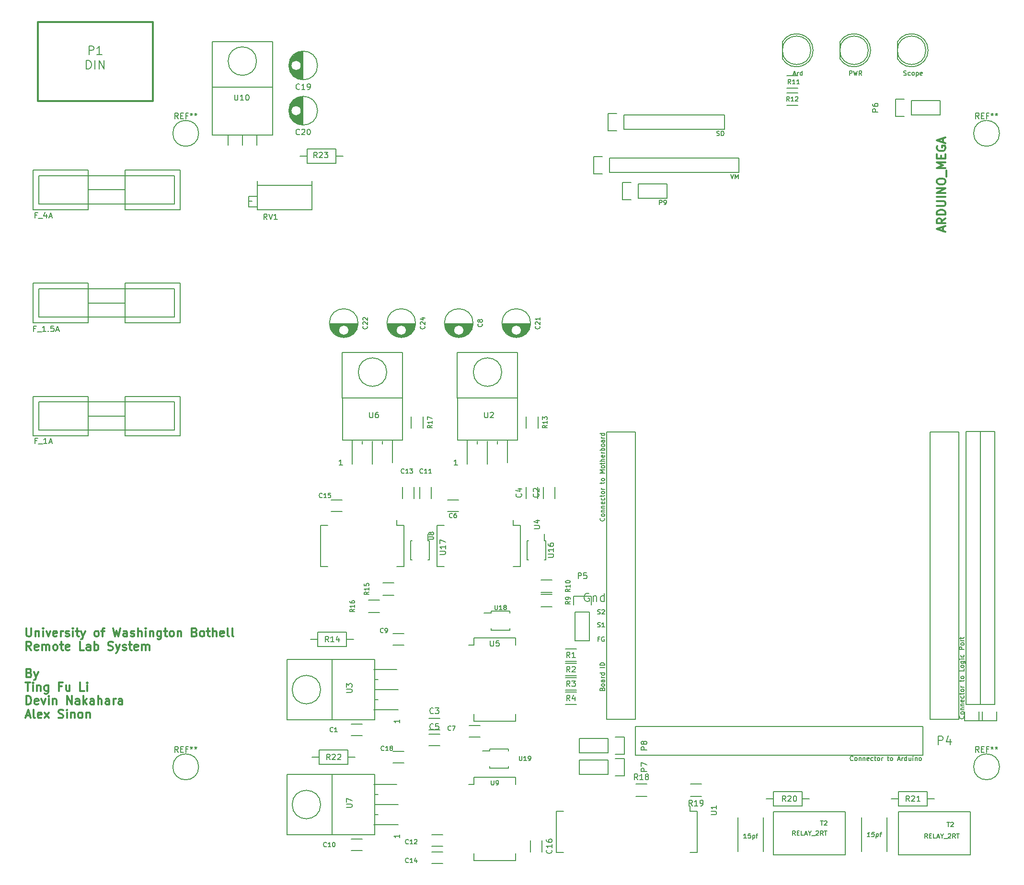
<source format=gto>
G04 #@! TF.FileFunction,Legend,Top*
%FSLAX46Y46*%
G04 Gerber Fmt 4.6, Leading zero omitted, Abs format (unit mm)*
G04 Created by KiCad (PCBNEW 4.0.1-stable) date Monday, February 22, 2016 'PMt' 07:07:20 PM*
%MOMM*%
G01*
G04 APERTURE LIST*
%ADD10C,0.100000*%
%ADD11C,0.300000*%
%ADD12C,0.150000*%
%ADD13C,0.304800*%
G04 APERTURE END LIST*
D10*
D11*
X65857143Y-122478571D02*
X65857143Y-123692857D01*
X65928571Y-123835714D01*
X66000000Y-123907143D01*
X66142857Y-123978571D01*
X66428571Y-123978571D01*
X66571429Y-123907143D01*
X66642857Y-123835714D01*
X66714286Y-123692857D01*
X66714286Y-122478571D01*
X67428572Y-122978571D02*
X67428572Y-123978571D01*
X67428572Y-123121429D02*
X67500000Y-123050000D01*
X67642858Y-122978571D01*
X67857143Y-122978571D01*
X68000000Y-123050000D01*
X68071429Y-123192857D01*
X68071429Y-123978571D01*
X68785715Y-123978571D02*
X68785715Y-122978571D01*
X68785715Y-122478571D02*
X68714286Y-122550000D01*
X68785715Y-122621429D01*
X68857143Y-122550000D01*
X68785715Y-122478571D01*
X68785715Y-122621429D01*
X69357144Y-122978571D02*
X69714287Y-123978571D01*
X70071429Y-122978571D01*
X71214286Y-123907143D02*
X71071429Y-123978571D01*
X70785715Y-123978571D01*
X70642858Y-123907143D01*
X70571429Y-123764286D01*
X70571429Y-123192857D01*
X70642858Y-123050000D01*
X70785715Y-122978571D01*
X71071429Y-122978571D01*
X71214286Y-123050000D01*
X71285715Y-123192857D01*
X71285715Y-123335714D01*
X70571429Y-123478571D01*
X71928572Y-123978571D02*
X71928572Y-122978571D01*
X71928572Y-123264286D02*
X72000000Y-123121429D01*
X72071429Y-123050000D01*
X72214286Y-122978571D01*
X72357143Y-122978571D01*
X72785714Y-123907143D02*
X72928571Y-123978571D01*
X73214286Y-123978571D01*
X73357143Y-123907143D01*
X73428571Y-123764286D01*
X73428571Y-123692857D01*
X73357143Y-123550000D01*
X73214286Y-123478571D01*
X73000000Y-123478571D01*
X72857143Y-123407143D01*
X72785714Y-123264286D01*
X72785714Y-123192857D01*
X72857143Y-123050000D01*
X73000000Y-122978571D01*
X73214286Y-122978571D01*
X73357143Y-123050000D01*
X74071429Y-123978571D02*
X74071429Y-122978571D01*
X74071429Y-122478571D02*
X74000000Y-122550000D01*
X74071429Y-122621429D01*
X74142857Y-122550000D01*
X74071429Y-122478571D01*
X74071429Y-122621429D01*
X74571429Y-122978571D02*
X75142858Y-122978571D01*
X74785715Y-122478571D02*
X74785715Y-123764286D01*
X74857143Y-123907143D01*
X75000001Y-123978571D01*
X75142858Y-123978571D01*
X75500001Y-122978571D02*
X75857144Y-123978571D01*
X76214286Y-122978571D02*
X75857144Y-123978571D01*
X75714286Y-124335714D01*
X75642858Y-124407143D01*
X75500001Y-124478571D01*
X78142858Y-123978571D02*
X78000000Y-123907143D01*
X77928572Y-123835714D01*
X77857143Y-123692857D01*
X77857143Y-123264286D01*
X77928572Y-123121429D01*
X78000000Y-123050000D01*
X78142858Y-122978571D01*
X78357143Y-122978571D01*
X78500000Y-123050000D01*
X78571429Y-123121429D01*
X78642858Y-123264286D01*
X78642858Y-123692857D01*
X78571429Y-123835714D01*
X78500000Y-123907143D01*
X78357143Y-123978571D01*
X78142858Y-123978571D01*
X79071429Y-122978571D02*
X79642858Y-122978571D01*
X79285715Y-123978571D02*
X79285715Y-122692857D01*
X79357143Y-122550000D01*
X79500001Y-122478571D01*
X79642858Y-122478571D01*
X81142858Y-122478571D02*
X81500001Y-123978571D01*
X81785715Y-122907143D01*
X82071429Y-123978571D01*
X82428572Y-122478571D01*
X83642858Y-123978571D02*
X83642858Y-123192857D01*
X83571429Y-123050000D01*
X83428572Y-122978571D01*
X83142858Y-122978571D01*
X83000001Y-123050000D01*
X83642858Y-123907143D02*
X83500001Y-123978571D01*
X83142858Y-123978571D01*
X83000001Y-123907143D01*
X82928572Y-123764286D01*
X82928572Y-123621429D01*
X83000001Y-123478571D01*
X83142858Y-123407143D01*
X83500001Y-123407143D01*
X83642858Y-123335714D01*
X84285715Y-123907143D02*
X84428572Y-123978571D01*
X84714287Y-123978571D01*
X84857144Y-123907143D01*
X84928572Y-123764286D01*
X84928572Y-123692857D01*
X84857144Y-123550000D01*
X84714287Y-123478571D01*
X84500001Y-123478571D01*
X84357144Y-123407143D01*
X84285715Y-123264286D01*
X84285715Y-123192857D01*
X84357144Y-123050000D01*
X84500001Y-122978571D01*
X84714287Y-122978571D01*
X84857144Y-123050000D01*
X85571430Y-123978571D02*
X85571430Y-122478571D01*
X86214287Y-123978571D02*
X86214287Y-123192857D01*
X86142858Y-123050000D01*
X86000001Y-122978571D01*
X85785716Y-122978571D01*
X85642858Y-123050000D01*
X85571430Y-123121429D01*
X86928573Y-123978571D02*
X86928573Y-122978571D01*
X86928573Y-122478571D02*
X86857144Y-122550000D01*
X86928573Y-122621429D01*
X87000001Y-122550000D01*
X86928573Y-122478571D01*
X86928573Y-122621429D01*
X87642859Y-122978571D02*
X87642859Y-123978571D01*
X87642859Y-123121429D02*
X87714287Y-123050000D01*
X87857145Y-122978571D01*
X88071430Y-122978571D01*
X88214287Y-123050000D01*
X88285716Y-123192857D01*
X88285716Y-123978571D01*
X89642859Y-122978571D02*
X89642859Y-124192857D01*
X89571430Y-124335714D01*
X89500002Y-124407143D01*
X89357145Y-124478571D01*
X89142859Y-124478571D01*
X89000002Y-124407143D01*
X89642859Y-123907143D02*
X89500002Y-123978571D01*
X89214288Y-123978571D01*
X89071430Y-123907143D01*
X89000002Y-123835714D01*
X88928573Y-123692857D01*
X88928573Y-123264286D01*
X89000002Y-123121429D01*
X89071430Y-123050000D01*
X89214288Y-122978571D01*
X89500002Y-122978571D01*
X89642859Y-123050000D01*
X90142859Y-122978571D02*
X90714288Y-122978571D01*
X90357145Y-122478571D02*
X90357145Y-123764286D01*
X90428573Y-123907143D01*
X90571431Y-123978571D01*
X90714288Y-123978571D01*
X91428574Y-123978571D02*
X91285716Y-123907143D01*
X91214288Y-123835714D01*
X91142859Y-123692857D01*
X91142859Y-123264286D01*
X91214288Y-123121429D01*
X91285716Y-123050000D01*
X91428574Y-122978571D01*
X91642859Y-122978571D01*
X91785716Y-123050000D01*
X91857145Y-123121429D01*
X91928574Y-123264286D01*
X91928574Y-123692857D01*
X91857145Y-123835714D01*
X91785716Y-123907143D01*
X91642859Y-123978571D01*
X91428574Y-123978571D01*
X92571431Y-122978571D02*
X92571431Y-123978571D01*
X92571431Y-123121429D02*
X92642859Y-123050000D01*
X92785717Y-122978571D01*
X93000002Y-122978571D01*
X93142859Y-123050000D01*
X93214288Y-123192857D01*
X93214288Y-123978571D01*
X95571431Y-123192857D02*
X95785717Y-123264286D01*
X95857145Y-123335714D01*
X95928574Y-123478571D01*
X95928574Y-123692857D01*
X95857145Y-123835714D01*
X95785717Y-123907143D01*
X95642859Y-123978571D01*
X95071431Y-123978571D01*
X95071431Y-122478571D01*
X95571431Y-122478571D01*
X95714288Y-122550000D01*
X95785717Y-122621429D01*
X95857145Y-122764286D01*
X95857145Y-122907143D01*
X95785717Y-123050000D01*
X95714288Y-123121429D01*
X95571431Y-123192857D01*
X95071431Y-123192857D01*
X96785717Y-123978571D02*
X96642859Y-123907143D01*
X96571431Y-123835714D01*
X96500002Y-123692857D01*
X96500002Y-123264286D01*
X96571431Y-123121429D01*
X96642859Y-123050000D01*
X96785717Y-122978571D01*
X97000002Y-122978571D01*
X97142859Y-123050000D01*
X97214288Y-123121429D01*
X97285717Y-123264286D01*
X97285717Y-123692857D01*
X97214288Y-123835714D01*
X97142859Y-123907143D01*
X97000002Y-123978571D01*
X96785717Y-123978571D01*
X97714288Y-122978571D02*
X98285717Y-122978571D01*
X97928574Y-122478571D02*
X97928574Y-123764286D01*
X98000002Y-123907143D01*
X98142860Y-123978571D01*
X98285717Y-123978571D01*
X98785717Y-123978571D02*
X98785717Y-122478571D01*
X99428574Y-123978571D02*
X99428574Y-123192857D01*
X99357145Y-123050000D01*
X99214288Y-122978571D01*
X99000003Y-122978571D01*
X98857145Y-123050000D01*
X98785717Y-123121429D01*
X100714288Y-123907143D02*
X100571431Y-123978571D01*
X100285717Y-123978571D01*
X100142860Y-123907143D01*
X100071431Y-123764286D01*
X100071431Y-123192857D01*
X100142860Y-123050000D01*
X100285717Y-122978571D01*
X100571431Y-122978571D01*
X100714288Y-123050000D01*
X100785717Y-123192857D01*
X100785717Y-123335714D01*
X100071431Y-123478571D01*
X101642860Y-123978571D02*
X101500002Y-123907143D01*
X101428574Y-123764286D01*
X101428574Y-122478571D01*
X102428574Y-123978571D02*
X102285716Y-123907143D01*
X102214288Y-123764286D01*
X102214288Y-122478571D01*
X66714286Y-126378571D02*
X66214286Y-125664286D01*
X65857143Y-126378571D02*
X65857143Y-124878571D01*
X66428571Y-124878571D01*
X66571429Y-124950000D01*
X66642857Y-125021429D01*
X66714286Y-125164286D01*
X66714286Y-125378571D01*
X66642857Y-125521429D01*
X66571429Y-125592857D01*
X66428571Y-125664286D01*
X65857143Y-125664286D01*
X67928571Y-126307143D02*
X67785714Y-126378571D01*
X67500000Y-126378571D01*
X67357143Y-126307143D01*
X67285714Y-126164286D01*
X67285714Y-125592857D01*
X67357143Y-125450000D01*
X67500000Y-125378571D01*
X67785714Y-125378571D01*
X67928571Y-125450000D01*
X68000000Y-125592857D01*
X68000000Y-125735714D01*
X67285714Y-125878571D01*
X68642857Y-126378571D02*
X68642857Y-125378571D01*
X68642857Y-125521429D02*
X68714285Y-125450000D01*
X68857143Y-125378571D01*
X69071428Y-125378571D01*
X69214285Y-125450000D01*
X69285714Y-125592857D01*
X69285714Y-126378571D01*
X69285714Y-125592857D02*
X69357143Y-125450000D01*
X69500000Y-125378571D01*
X69714285Y-125378571D01*
X69857143Y-125450000D01*
X69928571Y-125592857D01*
X69928571Y-126378571D01*
X70857143Y-126378571D02*
X70714285Y-126307143D01*
X70642857Y-126235714D01*
X70571428Y-126092857D01*
X70571428Y-125664286D01*
X70642857Y-125521429D01*
X70714285Y-125450000D01*
X70857143Y-125378571D01*
X71071428Y-125378571D01*
X71214285Y-125450000D01*
X71285714Y-125521429D01*
X71357143Y-125664286D01*
X71357143Y-126092857D01*
X71285714Y-126235714D01*
X71214285Y-126307143D01*
X71071428Y-126378571D01*
X70857143Y-126378571D01*
X71785714Y-125378571D02*
X72357143Y-125378571D01*
X72000000Y-124878571D02*
X72000000Y-126164286D01*
X72071428Y-126307143D01*
X72214286Y-126378571D01*
X72357143Y-126378571D01*
X73428571Y-126307143D02*
X73285714Y-126378571D01*
X73000000Y-126378571D01*
X72857143Y-126307143D01*
X72785714Y-126164286D01*
X72785714Y-125592857D01*
X72857143Y-125450000D01*
X73000000Y-125378571D01*
X73285714Y-125378571D01*
X73428571Y-125450000D01*
X73500000Y-125592857D01*
X73500000Y-125735714D01*
X72785714Y-125878571D01*
X76000000Y-126378571D02*
X75285714Y-126378571D01*
X75285714Y-124878571D01*
X77142857Y-126378571D02*
X77142857Y-125592857D01*
X77071428Y-125450000D01*
X76928571Y-125378571D01*
X76642857Y-125378571D01*
X76500000Y-125450000D01*
X77142857Y-126307143D02*
X77000000Y-126378571D01*
X76642857Y-126378571D01*
X76500000Y-126307143D01*
X76428571Y-126164286D01*
X76428571Y-126021429D01*
X76500000Y-125878571D01*
X76642857Y-125807143D01*
X77000000Y-125807143D01*
X77142857Y-125735714D01*
X77857143Y-126378571D02*
X77857143Y-124878571D01*
X77857143Y-125450000D02*
X78000000Y-125378571D01*
X78285714Y-125378571D01*
X78428571Y-125450000D01*
X78500000Y-125521429D01*
X78571429Y-125664286D01*
X78571429Y-126092857D01*
X78500000Y-126235714D01*
X78428571Y-126307143D01*
X78285714Y-126378571D01*
X78000000Y-126378571D01*
X77857143Y-126307143D01*
X80285714Y-126307143D02*
X80500000Y-126378571D01*
X80857143Y-126378571D01*
X81000000Y-126307143D01*
X81071429Y-126235714D01*
X81142857Y-126092857D01*
X81142857Y-125950000D01*
X81071429Y-125807143D01*
X81000000Y-125735714D01*
X80857143Y-125664286D01*
X80571429Y-125592857D01*
X80428571Y-125521429D01*
X80357143Y-125450000D01*
X80285714Y-125307143D01*
X80285714Y-125164286D01*
X80357143Y-125021429D01*
X80428571Y-124950000D01*
X80571429Y-124878571D01*
X80928571Y-124878571D01*
X81142857Y-124950000D01*
X81642857Y-125378571D02*
X82000000Y-126378571D01*
X82357142Y-125378571D02*
X82000000Y-126378571D01*
X81857142Y-126735714D01*
X81785714Y-126807143D01*
X81642857Y-126878571D01*
X82857142Y-126307143D02*
X82999999Y-126378571D01*
X83285714Y-126378571D01*
X83428571Y-126307143D01*
X83499999Y-126164286D01*
X83499999Y-126092857D01*
X83428571Y-125950000D01*
X83285714Y-125878571D01*
X83071428Y-125878571D01*
X82928571Y-125807143D01*
X82857142Y-125664286D01*
X82857142Y-125592857D01*
X82928571Y-125450000D01*
X83071428Y-125378571D01*
X83285714Y-125378571D01*
X83428571Y-125450000D01*
X83928571Y-125378571D02*
X84500000Y-125378571D01*
X84142857Y-124878571D02*
X84142857Y-126164286D01*
X84214285Y-126307143D01*
X84357143Y-126378571D01*
X84500000Y-126378571D01*
X85571428Y-126307143D02*
X85428571Y-126378571D01*
X85142857Y-126378571D01*
X85000000Y-126307143D01*
X84928571Y-126164286D01*
X84928571Y-125592857D01*
X85000000Y-125450000D01*
X85142857Y-125378571D01*
X85428571Y-125378571D01*
X85571428Y-125450000D01*
X85642857Y-125592857D01*
X85642857Y-125735714D01*
X84928571Y-125878571D01*
X86285714Y-126378571D02*
X86285714Y-125378571D01*
X86285714Y-125521429D02*
X86357142Y-125450000D01*
X86500000Y-125378571D01*
X86714285Y-125378571D01*
X86857142Y-125450000D01*
X86928571Y-125592857D01*
X86928571Y-126378571D01*
X86928571Y-125592857D02*
X87000000Y-125450000D01*
X87142857Y-125378571D01*
X87357142Y-125378571D01*
X87500000Y-125450000D01*
X87571428Y-125592857D01*
X87571428Y-126378571D01*
X66357143Y-130392857D02*
X66571429Y-130464286D01*
X66642857Y-130535714D01*
X66714286Y-130678571D01*
X66714286Y-130892857D01*
X66642857Y-131035714D01*
X66571429Y-131107143D01*
X66428571Y-131178571D01*
X65857143Y-131178571D01*
X65857143Y-129678571D01*
X66357143Y-129678571D01*
X66500000Y-129750000D01*
X66571429Y-129821429D01*
X66642857Y-129964286D01*
X66642857Y-130107143D01*
X66571429Y-130250000D01*
X66500000Y-130321429D01*
X66357143Y-130392857D01*
X65857143Y-130392857D01*
X67214286Y-130178571D02*
X67571429Y-131178571D01*
X67928571Y-130178571D02*
X67571429Y-131178571D01*
X67428571Y-131535714D01*
X67357143Y-131607143D01*
X67214286Y-131678571D01*
X65642857Y-132078571D02*
X66500000Y-132078571D01*
X66071429Y-133578571D02*
X66071429Y-132078571D01*
X67000000Y-133578571D02*
X67000000Y-132578571D01*
X67000000Y-132078571D02*
X66928571Y-132150000D01*
X67000000Y-132221429D01*
X67071428Y-132150000D01*
X67000000Y-132078571D01*
X67000000Y-132221429D01*
X67714286Y-132578571D02*
X67714286Y-133578571D01*
X67714286Y-132721429D02*
X67785714Y-132650000D01*
X67928572Y-132578571D01*
X68142857Y-132578571D01*
X68285714Y-132650000D01*
X68357143Y-132792857D01*
X68357143Y-133578571D01*
X69714286Y-132578571D02*
X69714286Y-133792857D01*
X69642857Y-133935714D01*
X69571429Y-134007143D01*
X69428572Y-134078571D01*
X69214286Y-134078571D01*
X69071429Y-134007143D01*
X69714286Y-133507143D02*
X69571429Y-133578571D01*
X69285715Y-133578571D01*
X69142857Y-133507143D01*
X69071429Y-133435714D01*
X69000000Y-133292857D01*
X69000000Y-132864286D01*
X69071429Y-132721429D01*
X69142857Y-132650000D01*
X69285715Y-132578571D01*
X69571429Y-132578571D01*
X69714286Y-132650000D01*
X72071429Y-132792857D02*
X71571429Y-132792857D01*
X71571429Y-133578571D02*
X71571429Y-132078571D01*
X72285715Y-132078571D01*
X73500000Y-132578571D02*
X73500000Y-133578571D01*
X72857143Y-132578571D02*
X72857143Y-133364286D01*
X72928571Y-133507143D01*
X73071429Y-133578571D01*
X73285714Y-133578571D01*
X73428571Y-133507143D01*
X73500000Y-133435714D01*
X76071429Y-133578571D02*
X75357143Y-133578571D01*
X75357143Y-132078571D01*
X76571429Y-133578571D02*
X76571429Y-132578571D01*
X76571429Y-132078571D02*
X76500000Y-132150000D01*
X76571429Y-132221429D01*
X76642857Y-132150000D01*
X76571429Y-132078571D01*
X76571429Y-132221429D01*
X65857143Y-135978571D02*
X65857143Y-134478571D01*
X66214286Y-134478571D01*
X66428571Y-134550000D01*
X66571429Y-134692857D01*
X66642857Y-134835714D01*
X66714286Y-135121429D01*
X66714286Y-135335714D01*
X66642857Y-135621429D01*
X66571429Y-135764286D01*
X66428571Y-135907143D01*
X66214286Y-135978571D01*
X65857143Y-135978571D01*
X67928571Y-135907143D02*
X67785714Y-135978571D01*
X67500000Y-135978571D01*
X67357143Y-135907143D01*
X67285714Y-135764286D01*
X67285714Y-135192857D01*
X67357143Y-135050000D01*
X67500000Y-134978571D01*
X67785714Y-134978571D01*
X67928571Y-135050000D01*
X68000000Y-135192857D01*
X68000000Y-135335714D01*
X67285714Y-135478571D01*
X68500000Y-134978571D02*
X68857143Y-135978571D01*
X69214285Y-134978571D01*
X69785714Y-135978571D02*
X69785714Y-134978571D01*
X69785714Y-134478571D02*
X69714285Y-134550000D01*
X69785714Y-134621429D01*
X69857142Y-134550000D01*
X69785714Y-134478571D01*
X69785714Y-134621429D01*
X70500000Y-134978571D02*
X70500000Y-135978571D01*
X70500000Y-135121429D02*
X70571428Y-135050000D01*
X70714286Y-134978571D01*
X70928571Y-134978571D01*
X71071428Y-135050000D01*
X71142857Y-135192857D01*
X71142857Y-135978571D01*
X73000000Y-135978571D02*
X73000000Y-134478571D01*
X73857143Y-135978571D01*
X73857143Y-134478571D01*
X75214286Y-135978571D02*
X75214286Y-135192857D01*
X75142857Y-135050000D01*
X75000000Y-134978571D01*
X74714286Y-134978571D01*
X74571429Y-135050000D01*
X75214286Y-135907143D02*
X75071429Y-135978571D01*
X74714286Y-135978571D01*
X74571429Y-135907143D01*
X74500000Y-135764286D01*
X74500000Y-135621429D01*
X74571429Y-135478571D01*
X74714286Y-135407143D01*
X75071429Y-135407143D01*
X75214286Y-135335714D01*
X75928572Y-135978571D02*
X75928572Y-134478571D01*
X76071429Y-135407143D02*
X76500000Y-135978571D01*
X76500000Y-134978571D02*
X75928572Y-135550000D01*
X77785715Y-135978571D02*
X77785715Y-135192857D01*
X77714286Y-135050000D01*
X77571429Y-134978571D01*
X77285715Y-134978571D01*
X77142858Y-135050000D01*
X77785715Y-135907143D02*
X77642858Y-135978571D01*
X77285715Y-135978571D01*
X77142858Y-135907143D01*
X77071429Y-135764286D01*
X77071429Y-135621429D01*
X77142858Y-135478571D01*
X77285715Y-135407143D01*
X77642858Y-135407143D01*
X77785715Y-135335714D01*
X78500001Y-135978571D02*
X78500001Y-134478571D01*
X79142858Y-135978571D02*
X79142858Y-135192857D01*
X79071429Y-135050000D01*
X78928572Y-134978571D01*
X78714287Y-134978571D01*
X78571429Y-135050000D01*
X78500001Y-135121429D01*
X80500001Y-135978571D02*
X80500001Y-135192857D01*
X80428572Y-135050000D01*
X80285715Y-134978571D01*
X80000001Y-134978571D01*
X79857144Y-135050000D01*
X80500001Y-135907143D02*
X80357144Y-135978571D01*
X80000001Y-135978571D01*
X79857144Y-135907143D01*
X79785715Y-135764286D01*
X79785715Y-135621429D01*
X79857144Y-135478571D01*
X80000001Y-135407143D01*
X80357144Y-135407143D01*
X80500001Y-135335714D01*
X81214287Y-135978571D02*
X81214287Y-134978571D01*
X81214287Y-135264286D02*
X81285715Y-135121429D01*
X81357144Y-135050000D01*
X81500001Y-134978571D01*
X81642858Y-134978571D01*
X82785715Y-135978571D02*
X82785715Y-135192857D01*
X82714286Y-135050000D01*
X82571429Y-134978571D01*
X82285715Y-134978571D01*
X82142858Y-135050000D01*
X82785715Y-135907143D02*
X82642858Y-135978571D01*
X82285715Y-135978571D01*
X82142858Y-135907143D01*
X82071429Y-135764286D01*
X82071429Y-135621429D01*
X82142858Y-135478571D01*
X82285715Y-135407143D01*
X82642858Y-135407143D01*
X82785715Y-135335714D01*
X65785714Y-137950000D02*
X66500000Y-137950000D01*
X65642857Y-138378571D02*
X66142857Y-136878571D01*
X66642857Y-138378571D01*
X67357143Y-138378571D02*
X67214285Y-138307143D01*
X67142857Y-138164286D01*
X67142857Y-136878571D01*
X68499999Y-138307143D02*
X68357142Y-138378571D01*
X68071428Y-138378571D01*
X67928571Y-138307143D01*
X67857142Y-138164286D01*
X67857142Y-137592857D01*
X67928571Y-137450000D01*
X68071428Y-137378571D01*
X68357142Y-137378571D01*
X68499999Y-137450000D01*
X68571428Y-137592857D01*
X68571428Y-137735714D01*
X67857142Y-137878571D01*
X69071428Y-138378571D02*
X69857142Y-137378571D01*
X69071428Y-137378571D02*
X69857142Y-138378571D01*
X71499999Y-138307143D02*
X71714285Y-138378571D01*
X72071428Y-138378571D01*
X72214285Y-138307143D01*
X72285714Y-138235714D01*
X72357142Y-138092857D01*
X72357142Y-137950000D01*
X72285714Y-137807143D01*
X72214285Y-137735714D01*
X72071428Y-137664286D01*
X71785714Y-137592857D01*
X71642856Y-137521429D01*
X71571428Y-137450000D01*
X71499999Y-137307143D01*
X71499999Y-137164286D01*
X71571428Y-137021429D01*
X71642856Y-136950000D01*
X71785714Y-136878571D01*
X72142856Y-136878571D01*
X72357142Y-136950000D01*
X72999999Y-138378571D02*
X72999999Y-137378571D01*
X72999999Y-136878571D02*
X72928570Y-136950000D01*
X72999999Y-137021429D01*
X73071427Y-136950000D01*
X72999999Y-136878571D01*
X72999999Y-137021429D01*
X73714285Y-137378571D02*
X73714285Y-138378571D01*
X73714285Y-137521429D02*
X73785713Y-137450000D01*
X73928571Y-137378571D01*
X74142856Y-137378571D01*
X74285713Y-137450000D01*
X74357142Y-137592857D01*
X74357142Y-138378571D01*
X75285714Y-138378571D02*
X75142856Y-138307143D01*
X75071428Y-138235714D01*
X74999999Y-138092857D01*
X74999999Y-137664286D01*
X75071428Y-137521429D01*
X75142856Y-137450000D01*
X75285714Y-137378571D01*
X75499999Y-137378571D01*
X75642856Y-137450000D01*
X75714285Y-137521429D01*
X75785714Y-137664286D01*
X75785714Y-138092857D01*
X75714285Y-138235714D01*
X75642856Y-138307143D01*
X75499999Y-138378571D01*
X75285714Y-138378571D01*
X76428571Y-137378571D02*
X76428571Y-138378571D01*
X76428571Y-137521429D02*
X76499999Y-137450000D01*
X76642857Y-137378571D01*
X76857142Y-137378571D01*
X76999999Y-137450000D01*
X77071428Y-137592857D01*
X77071428Y-138378571D01*
D12*
X147931000Y-119483000D02*
X147931000Y-119783000D01*
X151281000Y-119483000D02*
X151281000Y-119783000D01*
X151281000Y-122833000D02*
X151281000Y-122533000D01*
X147931000Y-122833000D02*
X147931000Y-122533000D01*
X147931000Y-119483000D02*
X151281000Y-119483000D01*
X147931000Y-122833000D02*
X151281000Y-122833000D01*
X147931000Y-119783000D02*
X146706000Y-119783000D01*
X144915000Y-124197000D02*
X144915000Y-125467000D01*
X152265000Y-124197000D02*
X152265000Y-125467000D01*
X152265000Y-138947000D02*
X152265000Y-137677000D01*
X144915000Y-138947000D02*
X144915000Y-137677000D01*
X144915000Y-124197000D02*
X152265000Y-124197000D01*
X144915000Y-138947000D02*
X152265000Y-138947000D01*
X144915000Y-125467000D02*
X143980000Y-125467000D01*
X198868000Y-144926000D02*
X173468000Y-144926000D01*
X173468000Y-144926000D02*
X173468000Y-139846000D01*
X173468000Y-139846000D02*
X224268000Y-139846000D01*
X225538000Y-114446000D02*
X225538000Y-87776000D01*
X225538000Y-87776000D02*
X230618000Y-87776000D01*
X230618000Y-87776000D02*
X230618000Y-113176000D01*
X168388000Y-113176000D02*
X168388000Y-87776000D01*
X168388000Y-87776000D02*
X173468000Y-87776000D01*
X173468000Y-87776000D02*
X173468000Y-113176000D01*
X198868000Y-144926000D02*
X224268000Y-144926000D01*
X224268000Y-144926000D02*
X224268000Y-139846000D01*
X173468000Y-138576000D02*
X168388000Y-138576000D01*
X168388000Y-138576000D02*
X168388000Y-113176000D01*
X173468000Y-113176000D02*
X173468000Y-138576000D01*
X225538000Y-114446000D02*
X225538000Y-138576000D01*
X225538000Y-138576000D02*
X230618000Y-138576000D01*
X230618000Y-138576000D02*
X230618000Y-113176000D01*
X210566000Y-154940000D02*
X210566000Y-162560000D01*
X210566000Y-162560000D02*
X197866000Y-162560000D01*
X197866000Y-162560000D02*
X197866000Y-154940000D01*
X197866000Y-154940000D02*
X210566000Y-154940000D01*
X232664000Y-154940000D02*
X232664000Y-162560000D01*
X232664000Y-162560000D02*
X219964000Y-162560000D01*
X219964000Y-162560000D02*
X219964000Y-154940000D01*
X219964000Y-154940000D02*
X232664000Y-154940000D01*
D11*
X88160000Y-29270000D02*
X67840000Y-29270000D01*
X88160000Y-29270000D02*
X88160000Y-15300000D01*
X67840000Y-29270000D02*
X88160000Y-29270000D01*
X67840000Y-15300000D02*
X67840000Y-29270000D01*
X67840000Y-29270000D02*
X67840000Y-15300000D01*
X88160000Y-15300000D02*
X67840000Y-15300000D01*
D12*
X231902000Y-136017000D02*
X231902000Y-87757000D01*
X231902000Y-87757000D02*
X234442000Y-87757000D01*
X234442000Y-87757000D02*
X234442000Y-136017000D01*
X231622000Y-138837000D02*
X231622000Y-137287000D01*
X231902000Y-136017000D02*
X234442000Y-136017000D01*
X234722000Y-137287000D02*
X234722000Y-138837000D01*
X234722000Y-138837000D02*
X231622000Y-138837000D01*
X234442000Y-136017000D02*
X234442000Y-87757000D01*
X234442000Y-87757000D02*
X236982000Y-87757000D01*
X236982000Y-87757000D02*
X236982000Y-136017000D01*
X234162000Y-138837000D02*
X234162000Y-137287000D01*
X234442000Y-136017000D02*
X236982000Y-136017000D01*
X237262000Y-137287000D02*
X237262000Y-138837000D01*
X237262000Y-138837000D02*
X234162000Y-138837000D01*
X196052000Y-155964000D02*
X196052000Y-161964000D01*
X191552000Y-161964000D02*
X191552000Y-155964000D01*
X217896000Y-155964000D02*
X217896000Y-161964000D01*
X213396000Y-161964000D02*
X213396000Y-155964000D01*
X125206000Y-139437000D02*
X123206000Y-139437000D01*
X123206000Y-141487000D02*
X125206000Y-141487000D01*
X157217000Y-97552000D02*
X157217000Y-99552000D01*
X159267000Y-99552000D02*
X159267000Y-97552000D01*
X138922000Y-138421000D02*
X136922000Y-138421000D01*
X136922000Y-140471000D02*
X138922000Y-140471000D01*
X154169000Y-97552000D02*
X154169000Y-99552000D01*
X156219000Y-99552000D02*
X156219000Y-97552000D01*
X138922000Y-141215000D02*
X136922000Y-141215000D01*
X136922000Y-143265000D02*
X138922000Y-143265000D01*
X140224000Y-101863000D02*
X142224000Y-101863000D01*
X142224000Y-99813000D02*
X140224000Y-99813000D01*
X146034000Y-139691000D02*
X144034000Y-139691000D01*
X144034000Y-141741000D02*
X146034000Y-141741000D01*
X144739000Y-68635000D02*
X139741000Y-68635000D01*
X144731000Y-68775000D02*
X139749000Y-68775000D01*
X144715000Y-68915000D02*
X142335000Y-68915000D01*
X142145000Y-68915000D02*
X139765000Y-68915000D01*
X144691000Y-69055000D02*
X142730000Y-69055000D01*
X141750000Y-69055000D02*
X139789000Y-69055000D01*
X144658000Y-69195000D02*
X142897000Y-69195000D01*
X141583000Y-69195000D02*
X139822000Y-69195000D01*
X144617000Y-69335000D02*
X143004000Y-69335000D01*
X141476000Y-69335000D02*
X139863000Y-69335000D01*
X144567000Y-69475000D02*
X143075000Y-69475000D01*
X141405000Y-69475000D02*
X139913000Y-69475000D01*
X144506000Y-69615000D02*
X143119000Y-69615000D01*
X141361000Y-69615000D02*
X139974000Y-69615000D01*
X144436000Y-69755000D02*
X143138000Y-69755000D01*
X141342000Y-69755000D02*
X140044000Y-69755000D01*
X144354000Y-69895000D02*
X143136000Y-69895000D01*
X141344000Y-69895000D02*
X140126000Y-69895000D01*
X144259000Y-70035000D02*
X143111000Y-70035000D01*
X141369000Y-70035000D02*
X140221000Y-70035000D01*
X144148000Y-70175000D02*
X143063000Y-70175000D01*
X141417000Y-70175000D02*
X140332000Y-70175000D01*
X144020000Y-70315000D02*
X142985000Y-70315000D01*
X141495000Y-70315000D02*
X140460000Y-70315000D01*
X143871000Y-70455000D02*
X142868000Y-70455000D01*
X141612000Y-70455000D02*
X140609000Y-70455000D01*
X143692000Y-70595000D02*
X142680000Y-70595000D01*
X141800000Y-70595000D02*
X140788000Y-70595000D01*
X143473000Y-70735000D02*
X141007000Y-70735000D01*
X143184000Y-70875000D02*
X141296000Y-70875000D01*
X142712000Y-71015000D02*
X141768000Y-71015000D01*
X143140000Y-69810000D02*
G75*
G03X143140000Y-69810000I-900000J0D01*
G01*
X144777500Y-68560000D02*
G75*
G03X144777500Y-68560000I-2537500J0D01*
G01*
X132572000Y-123435000D02*
X130572000Y-123435000D01*
X130572000Y-125485000D02*
X132572000Y-125485000D01*
X125206000Y-159757000D02*
X123206000Y-159757000D01*
X123206000Y-161807000D02*
X125206000Y-161807000D01*
X135373000Y-97552000D02*
X135373000Y-99552000D01*
X137423000Y-99552000D02*
X137423000Y-97552000D01*
X139430000Y-158995000D02*
X137430000Y-158995000D01*
X137430000Y-161045000D02*
X139430000Y-161045000D01*
X132325000Y-97552000D02*
X132325000Y-99552000D01*
X134375000Y-99552000D02*
X134375000Y-97552000D01*
X139430000Y-162043000D02*
X137430000Y-162043000D01*
X137430000Y-164093000D02*
X139430000Y-164093000D01*
X119650000Y-101863000D02*
X121650000Y-101863000D01*
X121650000Y-99813000D02*
X119650000Y-99813000D01*
X156981000Y-162036000D02*
X156981000Y-160036000D01*
X154931000Y-160036000D02*
X154931000Y-162036000D01*
X132572000Y-144263000D02*
X130572000Y-144263000D01*
X130572000Y-146313000D02*
X132572000Y-146313000D01*
X114675000Y-25499000D02*
X114675000Y-20501000D01*
X114535000Y-25491000D02*
X114535000Y-20509000D01*
X114395000Y-25475000D02*
X114395000Y-23095000D01*
X114395000Y-22905000D02*
X114395000Y-20525000D01*
X114255000Y-25451000D02*
X114255000Y-23490000D01*
X114255000Y-22510000D02*
X114255000Y-20549000D01*
X114115000Y-25418000D02*
X114115000Y-23657000D01*
X114115000Y-22343000D02*
X114115000Y-20582000D01*
X113975000Y-25377000D02*
X113975000Y-23764000D01*
X113975000Y-22236000D02*
X113975000Y-20623000D01*
X113835000Y-25327000D02*
X113835000Y-23835000D01*
X113835000Y-22165000D02*
X113835000Y-20673000D01*
X113695000Y-25266000D02*
X113695000Y-23879000D01*
X113695000Y-22121000D02*
X113695000Y-20734000D01*
X113555000Y-25196000D02*
X113555000Y-23898000D01*
X113555000Y-22102000D02*
X113555000Y-20804000D01*
X113415000Y-25114000D02*
X113415000Y-23896000D01*
X113415000Y-22104000D02*
X113415000Y-20886000D01*
X113275000Y-25019000D02*
X113275000Y-23871000D01*
X113275000Y-22129000D02*
X113275000Y-20981000D01*
X113135000Y-24908000D02*
X113135000Y-23823000D01*
X113135000Y-22177000D02*
X113135000Y-21092000D01*
X112995000Y-24780000D02*
X112995000Y-23745000D01*
X112995000Y-22255000D02*
X112995000Y-21220000D01*
X112855000Y-24631000D02*
X112855000Y-23628000D01*
X112855000Y-22372000D02*
X112855000Y-21369000D01*
X112715000Y-24452000D02*
X112715000Y-23440000D01*
X112715000Y-22560000D02*
X112715000Y-21548000D01*
X112575000Y-24233000D02*
X112575000Y-21767000D01*
X112435000Y-23944000D02*
X112435000Y-22056000D01*
X112295000Y-23472000D02*
X112295000Y-22528000D01*
X114400000Y-23000000D02*
G75*
G03X114400000Y-23000000I-900000J0D01*
G01*
X117287500Y-23000000D02*
G75*
G03X117287500Y-23000000I-2537500J0D01*
G01*
X114675000Y-33499000D02*
X114675000Y-28501000D01*
X114535000Y-33491000D02*
X114535000Y-28509000D01*
X114395000Y-33475000D02*
X114395000Y-31095000D01*
X114395000Y-30905000D02*
X114395000Y-28525000D01*
X114255000Y-33451000D02*
X114255000Y-31490000D01*
X114255000Y-30510000D02*
X114255000Y-28549000D01*
X114115000Y-33418000D02*
X114115000Y-31657000D01*
X114115000Y-30343000D02*
X114115000Y-28582000D01*
X113975000Y-33377000D02*
X113975000Y-31764000D01*
X113975000Y-30236000D02*
X113975000Y-28623000D01*
X113835000Y-33327000D02*
X113835000Y-31835000D01*
X113835000Y-30165000D02*
X113835000Y-28673000D01*
X113695000Y-33266000D02*
X113695000Y-31879000D01*
X113695000Y-30121000D02*
X113695000Y-28734000D01*
X113555000Y-33196000D02*
X113555000Y-31898000D01*
X113555000Y-30102000D02*
X113555000Y-28804000D01*
X113415000Y-33114000D02*
X113415000Y-31896000D01*
X113415000Y-30104000D02*
X113415000Y-28886000D01*
X113275000Y-33019000D02*
X113275000Y-31871000D01*
X113275000Y-30129000D02*
X113275000Y-28981000D01*
X113135000Y-32908000D02*
X113135000Y-31823000D01*
X113135000Y-30177000D02*
X113135000Y-29092000D01*
X112995000Y-32780000D02*
X112995000Y-31745000D01*
X112995000Y-30255000D02*
X112995000Y-29220000D01*
X112855000Y-32631000D02*
X112855000Y-31628000D01*
X112855000Y-30372000D02*
X112855000Y-29369000D01*
X112715000Y-32452000D02*
X112715000Y-31440000D01*
X112715000Y-30560000D02*
X112715000Y-29548000D01*
X112575000Y-32233000D02*
X112575000Y-29767000D01*
X112435000Y-31944000D02*
X112435000Y-30056000D01*
X112295000Y-31472000D02*
X112295000Y-30528000D01*
X114400000Y-31000000D02*
G75*
G03X114400000Y-31000000I-900000J0D01*
G01*
X117287500Y-31000000D02*
G75*
G03X117287500Y-31000000I-2537500J0D01*
G01*
X154899000Y-68635000D02*
X149901000Y-68635000D01*
X154891000Y-68775000D02*
X149909000Y-68775000D01*
X154875000Y-68915000D02*
X152495000Y-68915000D01*
X152305000Y-68915000D02*
X149925000Y-68915000D01*
X154851000Y-69055000D02*
X152890000Y-69055000D01*
X151910000Y-69055000D02*
X149949000Y-69055000D01*
X154818000Y-69195000D02*
X153057000Y-69195000D01*
X151743000Y-69195000D02*
X149982000Y-69195000D01*
X154777000Y-69335000D02*
X153164000Y-69335000D01*
X151636000Y-69335000D02*
X150023000Y-69335000D01*
X154727000Y-69475000D02*
X153235000Y-69475000D01*
X151565000Y-69475000D02*
X150073000Y-69475000D01*
X154666000Y-69615000D02*
X153279000Y-69615000D01*
X151521000Y-69615000D02*
X150134000Y-69615000D01*
X154596000Y-69755000D02*
X153298000Y-69755000D01*
X151502000Y-69755000D02*
X150204000Y-69755000D01*
X154514000Y-69895000D02*
X153296000Y-69895000D01*
X151504000Y-69895000D02*
X150286000Y-69895000D01*
X154419000Y-70035000D02*
X153271000Y-70035000D01*
X151529000Y-70035000D02*
X150381000Y-70035000D01*
X154308000Y-70175000D02*
X153223000Y-70175000D01*
X151577000Y-70175000D02*
X150492000Y-70175000D01*
X154180000Y-70315000D02*
X153145000Y-70315000D01*
X151655000Y-70315000D02*
X150620000Y-70315000D01*
X154031000Y-70455000D02*
X153028000Y-70455000D01*
X151772000Y-70455000D02*
X150769000Y-70455000D01*
X153852000Y-70595000D02*
X152840000Y-70595000D01*
X151960000Y-70595000D02*
X150948000Y-70595000D01*
X153633000Y-70735000D02*
X151167000Y-70735000D01*
X153344000Y-70875000D02*
X151456000Y-70875000D01*
X152872000Y-71015000D02*
X151928000Y-71015000D01*
X153300000Y-69810000D02*
G75*
G03X153300000Y-69810000I-900000J0D01*
G01*
X154937500Y-68560000D02*
G75*
G03X154937500Y-68560000I-2537500J0D01*
G01*
X124419000Y-68635000D02*
X119421000Y-68635000D01*
X124411000Y-68775000D02*
X119429000Y-68775000D01*
X124395000Y-68915000D02*
X122015000Y-68915000D01*
X121825000Y-68915000D02*
X119445000Y-68915000D01*
X124371000Y-69055000D02*
X122410000Y-69055000D01*
X121430000Y-69055000D02*
X119469000Y-69055000D01*
X124338000Y-69195000D02*
X122577000Y-69195000D01*
X121263000Y-69195000D02*
X119502000Y-69195000D01*
X124297000Y-69335000D02*
X122684000Y-69335000D01*
X121156000Y-69335000D02*
X119543000Y-69335000D01*
X124247000Y-69475000D02*
X122755000Y-69475000D01*
X121085000Y-69475000D02*
X119593000Y-69475000D01*
X124186000Y-69615000D02*
X122799000Y-69615000D01*
X121041000Y-69615000D02*
X119654000Y-69615000D01*
X124116000Y-69755000D02*
X122818000Y-69755000D01*
X121022000Y-69755000D02*
X119724000Y-69755000D01*
X124034000Y-69895000D02*
X122816000Y-69895000D01*
X121024000Y-69895000D02*
X119806000Y-69895000D01*
X123939000Y-70035000D02*
X122791000Y-70035000D01*
X121049000Y-70035000D02*
X119901000Y-70035000D01*
X123828000Y-70175000D02*
X122743000Y-70175000D01*
X121097000Y-70175000D02*
X120012000Y-70175000D01*
X123700000Y-70315000D02*
X122665000Y-70315000D01*
X121175000Y-70315000D02*
X120140000Y-70315000D01*
X123551000Y-70455000D02*
X122548000Y-70455000D01*
X121292000Y-70455000D02*
X120289000Y-70455000D01*
X123372000Y-70595000D02*
X122360000Y-70595000D01*
X121480000Y-70595000D02*
X120468000Y-70595000D01*
X123153000Y-70735000D02*
X120687000Y-70735000D01*
X122864000Y-70875000D02*
X120976000Y-70875000D01*
X122392000Y-71015000D02*
X121448000Y-71015000D01*
X122820000Y-69810000D02*
G75*
G03X122820000Y-69810000I-900000J0D01*
G01*
X124457500Y-68560000D02*
G75*
G03X124457500Y-68560000I-2537500J0D01*
G01*
X134579000Y-68635000D02*
X129581000Y-68635000D01*
X134571000Y-68775000D02*
X129589000Y-68775000D01*
X134555000Y-68915000D02*
X132175000Y-68915000D01*
X131985000Y-68915000D02*
X129605000Y-68915000D01*
X134531000Y-69055000D02*
X132570000Y-69055000D01*
X131590000Y-69055000D02*
X129629000Y-69055000D01*
X134498000Y-69195000D02*
X132737000Y-69195000D01*
X131423000Y-69195000D02*
X129662000Y-69195000D01*
X134457000Y-69335000D02*
X132844000Y-69335000D01*
X131316000Y-69335000D02*
X129703000Y-69335000D01*
X134407000Y-69475000D02*
X132915000Y-69475000D01*
X131245000Y-69475000D02*
X129753000Y-69475000D01*
X134346000Y-69615000D02*
X132959000Y-69615000D01*
X131201000Y-69615000D02*
X129814000Y-69615000D01*
X134276000Y-69755000D02*
X132978000Y-69755000D01*
X131182000Y-69755000D02*
X129884000Y-69755000D01*
X134194000Y-69895000D02*
X132976000Y-69895000D01*
X131184000Y-69895000D02*
X129966000Y-69895000D01*
X134099000Y-70035000D02*
X132951000Y-70035000D01*
X131209000Y-70035000D02*
X130061000Y-70035000D01*
X133988000Y-70175000D02*
X132903000Y-70175000D01*
X131257000Y-70175000D02*
X130172000Y-70175000D01*
X133860000Y-70315000D02*
X132825000Y-70315000D01*
X131335000Y-70315000D02*
X130300000Y-70315000D01*
X133711000Y-70455000D02*
X132708000Y-70455000D01*
X131452000Y-70455000D02*
X130449000Y-70455000D01*
X133532000Y-70595000D02*
X132520000Y-70595000D01*
X131640000Y-70595000D02*
X130628000Y-70595000D01*
X133313000Y-70735000D02*
X130847000Y-70735000D01*
X133024000Y-70875000D02*
X131136000Y-70875000D01*
X132552000Y-71015000D02*
X131608000Y-71015000D01*
X132980000Y-69810000D02*
G75*
G03X132980000Y-69810000I-900000J0D01*
G01*
X134617500Y-68560000D02*
G75*
G03X134617500Y-68560000I-2537500J0D01*
G01*
X76748800Y-65000000D02*
X83251200Y-65000000D01*
X76748800Y-68500120D02*
X76748800Y-61499880D01*
X68001040Y-61499880D02*
X76748800Y-61499880D01*
X68001040Y-68500120D02*
X76748800Y-68500120D01*
X90749280Y-62500640D02*
X91998960Y-62500640D01*
X90500360Y-67499360D02*
X91998960Y-67499360D01*
X78498860Y-62500640D02*
X90749280Y-62500640D01*
X78750320Y-67499360D02*
X90500360Y-67499360D01*
X68001040Y-62500640D02*
X78498860Y-62500640D01*
X68001040Y-67499360D02*
X78750320Y-67499360D01*
X68001040Y-67499360D02*
X68001040Y-62500640D01*
X67000280Y-68500120D02*
X68001040Y-68500120D01*
X67000280Y-68500120D02*
X67000280Y-61499880D01*
X67000280Y-61499880D02*
X68001040Y-61499880D01*
X91998960Y-67499360D02*
X91998960Y-62500640D01*
X83251200Y-68500120D02*
X92999720Y-68500120D01*
X92999720Y-68500120D02*
X92999720Y-61499880D01*
X83251200Y-61499880D02*
X92999720Y-61499880D01*
X83251200Y-68500120D02*
X83251200Y-61499880D01*
X76748800Y-85000000D02*
X83251200Y-85000000D01*
X76748800Y-88500120D02*
X76748800Y-81499880D01*
X68001040Y-81499880D02*
X76748800Y-81499880D01*
X68001040Y-88500120D02*
X76748800Y-88500120D01*
X90749280Y-82500640D02*
X91998960Y-82500640D01*
X90500360Y-87499360D02*
X91998960Y-87499360D01*
X78498860Y-82500640D02*
X90749280Y-82500640D01*
X78750320Y-87499360D02*
X90500360Y-87499360D01*
X68001040Y-82500640D02*
X78498860Y-82500640D01*
X68001040Y-87499360D02*
X78750320Y-87499360D01*
X68001040Y-87499360D02*
X68001040Y-82500640D01*
X67000280Y-88500120D02*
X68001040Y-88500120D01*
X67000280Y-88500120D02*
X67000280Y-81499880D01*
X67000280Y-81499880D02*
X68001040Y-81499880D01*
X91998960Y-87499360D02*
X91998960Y-82500640D01*
X83251200Y-88500120D02*
X92999720Y-88500120D01*
X92999720Y-88500120D02*
X92999720Y-81499880D01*
X83251200Y-81499880D02*
X92999720Y-81499880D01*
X83251200Y-88500120D02*
X83251200Y-81499880D01*
X76748800Y-45000000D02*
X83251200Y-45000000D01*
X76748800Y-48500120D02*
X76748800Y-41499880D01*
X68001040Y-41499880D02*
X76748800Y-41499880D01*
X68001040Y-48500120D02*
X76748800Y-48500120D01*
X90749280Y-42500640D02*
X91998960Y-42500640D01*
X90500360Y-47499360D02*
X91998960Y-47499360D01*
X78498860Y-42500640D02*
X90749280Y-42500640D01*
X78750320Y-47499360D02*
X90500360Y-47499360D01*
X68001040Y-42500640D02*
X78498860Y-42500640D01*
X68001040Y-47499360D02*
X78750320Y-47499360D01*
X68001040Y-47499360D02*
X68001040Y-42500640D01*
X67000280Y-48500120D02*
X68001040Y-48500120D01*
X67000280Y-48500120D02*
X67000280Y-41499880D01*
X67000280Y-41499880D02*
X68001040Y-41499880D01*
X91998960Y-47499360D02*
X91998960Y-42500640D01*
X83251200Y-48500120D02*
X92999720Y-48500120D01*
X92999720Y-48500120D02*
X92999720Y-41499880D01*
X83251200Y-41499880D02*
X92999720Y-41499880D01*
X83251200Y-48500120D02*
X83251200Y-41499880D01*
X219765112Y-21844904D02*
G75*
G03X219750000Y-18820000I2484888J1524904D01*
G01*
X219750000Y-21820000D02*
X219750000Y-18820000D01*
X224767936Y-20320000D02*
G75*
G03X224767936Y-20320000I-2517936J0D01*
G01*
X199445112Y-21844904D02*
G75*
G03X199430000Y-18820000I2484888J1524904D01*
G01*
X199430000Y-21820000D02*
X199430000Y-18820000D01*
X204447936Y-20320000D02*
G75*
G03X204447936Y-20320000I-2517936J0D01*
G01*
X209605112Y-21844904D02*
G75*
G03X209590000Y-18820000I2484888J1524904D01*
G01*
X209590000Y-21820000D02*
X209590000Y-18820000D01*
X214607936Y-20320000D02*
G75*
G03X214607936Y-20320000I-2517936J0D01*
G01*
X171450000Y-31750000D02*
X189230000Y-31750000D01*
X189230000Y-31750000D02*
X189230000Y-34290000D01*
X189230000Y-34290000D02*
X171450000Y-34290000D01*
X168630000Y-31470000D02*
X170180000Y-31470000D01*
X171450000Y-31750000D02*
X171450000Y-34290000D01*
X170180000Y-34570000D02*
X168630000Y-34570000D01*
X168630000Y-34570000D02*
X168630000Y-31470000D01*
X168910000Y-39370000D02*
X191770000Y-39370000D01*
X191770000Y-39370000D02*
X191770000Y-41910000D01*
X191770000Y-41910000D02*
X168910000Y-41910000D01*
X166090000Y-39090000D02*
X167640000Y-39090000D01*
X168910000Y-39370000D02*
X168910000Y-41910000D01*
X167640000Y-42190000D02*
X166090000Y-42190000D01*
X166090000Y-42190000D02*
X166090000Y-39090000D01*
X162814000Y-119634000D02*
X162814000Y-124714000D01*
X162814000Y-124714000D02*
X165354000Y-124714000D01*
X165354000Y-124714000D02*
X165354000Y-119634000D01*
X165634000Y-116814000D02*
X165634000Y-118364000D01*
X165354000Y-119634000D02*
X162814000Y-119634000D01*
X162534000Y-118364000D02*
X162534000Y-116814000D01*
X162534000Y-116814000D02*
X165634000Y-116814000D01*
X222250000Y-31750000D02*
X227330000Y-31750000D01*
X227330000Y-31750000D02*
X227330000Y-29210000D01*
X227330000Y-29210000D02*
X222250000Y-29210000D01*
X219430000Y-28930000D02*
X220980000Y-28930000D01*
X222250000Y-29210000D02*
X222250000Y-31750000D01*
X220980000Y-32030000D02*
X219430000Y-32030000D01*
X219430000Y-32030000D02*
X219430000Y-28930000D01*
X168656000Y-145796000D02*
X163576000Y-145796000D01*
X163576000Y-145796000D02*
X163576000Y-148336000D01*
X163576000Y-148336000D02*
X168656000Y-148336000D01*
X171476000Y-148616000D02*
X169926000Y-148616000D01*
X168656000Y-148336000D02*
X168656000Y-145796000D01*
X169926000Y-145516000D02*
X171476000Y-145516000D01*
X171476000Y-145516000D02*
X171476000Y-148616000D01*
X168656000Y-141986000D02*
X163576000Y-141986000D01*
X163576000Y-141986000D02*
X163576000Y-144526000D01*
X163576000Y-144526000D02*
X168656000Y-144526000D01*
X171476000Y-144806000D02*
X169926000Y-144806000D01*
X168656000Y-144526000D02*
X168656000Y-141986000D01*
X169926000Y-141706000D02*
X171476000Y-141706000D01*
X171476000Y-141706000D02*
X171476000Y-144806000D01*
X173990000Y-46482000D02*
X179070000Y-46482000D01*
X179070000Y-46482000D02*
X179070000Y-43942000D01*
X179070000Y-43942000D02*
X173990000Y-43942000D01*
X171170000Y-43662000D02*
X172720000Y-43662000D01*
X173990000Y-43942000D02*
X173990000Y-46482000D01*
X172720000Y-46762000D02*
X171170000Y-46762000D01*
X171170000Y-46762000D02*
X171170000Y-43662000D01*
X161052000Y-126179000D02*
X163052000Y-126179000D01*
X163052000Y-128329000D02*
X161052000Y-128329000D01*
X161052000Y-128719000D02*
X163052000Y-128719000D01*
X163052000Y-130869000D02*
X161052000Y-130869000D01*
X161052000Y-131259000D02*
X163052000Y-131259000D01*
X163052000Y-133409000D02*
X161052000Y-133409000D01*
X161052000Y-133799000D02*
X163052000Y-133799000D01*
X163052000Y-135949000D02*
X161052000Y-135949000D01*
X158734000Y-118677000D02*
X156734000Y-118677000D01*
X156734000Y-116527000D02*
X158734000Y-116527000D01*
X158734000Y-116137000D02*
X156734000Y-116137000D01*
X156734000Y-113987000D02*
X158734000Y-113987000D01*
X202168000Y-26983000D02*
X200168000Y-26983000D01*
X200168000Y-24833000D02*
X202168000Y-24833000D01*
X202168000Y-30031000D02*
X200168000Y-30031000D01*
X200168000Y-27881000D02*
X202168000Y-27881000D01*
X154119000Y-87106000D02*
X154119000Y-85106000D01*
X156269000Y-85106000D02*
X156269000Y-87106000D01*
X128794000Y-114495000D02*
X130794000Y-114495000D01*
X130794000Y-116645000D02*
X128794000Y-116645000D01*
X126254000Y-117543000D02*
X128254000Y-117543000D01*
X128254000Y-119693000D02*
X126254000Y-119693000D01*
X133799000Y-87106000D02*
X133799000Y-85106000D01*
X135949000Y-85106000D02*
X135949000Y-87106000D01*
X175498000Y-152205000D02*
X173498000Y-152205000D01*
X173498000Y-150055000D02*
X175498000Y-150055000D01*
X183150000Y-150055000D02*
X185150000Y-150055000D01*
X185150000Y-152205000D02*
X183150000Y-152205000D01*
X197866000Y-151384000D02*
X202946000Y-151384000D01*
X202946000Y-151384000D02*
X202946000Y-153924000D01*
X202946000Y-153924000D02*
X197866000Y-153924000D01*
X197866000Y-153924000D02*
X197866000Y-151384000D01*
X197866000Y-152654000D02*
X196596000Y-152654000D01*
X202946000Y-152654000D02*
X204216000Y-152654000D01*
X219964000Y-151384000D02*
X225044000Y-151384000D01*
X225044000Y-151384000D02*
X225044000Y-153924000D01*
X225044000Y-153924000D02*
X219964000Y-153924000D01*
X219964000Y-153924000D02*
X219964000Y-151384000D01*
X219964000Y-152654000D02*
X218694000Y-152654000D01*
X225044000Y-152654000D02*
X226314000Y-152654000D01*
X122682000Y-146558000D02*
X117602000Y-146558000D01*
X117602000Y-146558000D02*
X117602000Y-144018000D01*
X117602000Y-144018000D02*
X122682000Y-144018000D01*
X122682000Y-144018000D02*
X122682000Y-146558000D01*
X122682000Y-145288000D02*
X123952000Y-145288000D01*
X117602000Y-145288000D02*
X116332000Y-145288000D01*
X120540000Y-40270000D02*
X115460000Y-40270000D01*
X115460000Y-40270000D02*
X115460000Y-37730000D01*
X115460000Y-37730000D02*
X120540000Y-37730000D01*
X120540000Y-37730000D02*
X120540000Y-40270000D01*
X120540000Y-39000000D02*
X121810000Y-39000000D01*
X115460000Y-39000000D02*
X114190000Y-39000000D01*
X105110000Y-47016000D02*
X105745000Y-47016000D01*
X106634000Y-48032000D02*
X105110000Y-48032000D01*
X105110000Y-48032000D02*
X105110000Y-46127000D01*
X105110000Y-46127000D02*
X106634000Y-46127000D01*
X106634000Y-44222000D02*
X116286000Y-44222000D01*
X116286000Y-47270000D02*
X116286000Y-48540000D01*
X116286000Y-48540000D02*
X106634000Y-48540000D01*
X106634000Y-48540000D02*
X106634000Y-43460000D01*
X116286000Y-43460000D02*
X116286000Y-46000000D01*
X116286000Y-46000000D02*
X116286000Y-47270000D01*
X184413000Y-154821000D02*
X183143000Y-154821000D01*
X184413000Y-162171000D02*
X183143000Y-162171000D01*
X159503000Y-162171000D02*
X160773000Y-162171000D01*
X159503000Y-154821000D02*
X160773000Y-154821000D01*
X184413000Y-154821000D02*
X184413000Y-162171000D01*
X159503000Y-154821000D02*
X159503000Y-162171000D01*
X183143000Y-154821000D02*
X183143000Y-153886000D01*
X147320000Y-89408000D02*
X147320000Y-93472000D01*
X143764000Y-89154000D02*
X143764000Y-93472000D01*
X150876000Y-89154000D02*
X150876000Y-93218000D01*
X149098000Y-89408000D02*
X149098000Y-89916000D01*
X145542000Y-89408000D02*
X145542000Y-89916000D01*
X142019020Y-89281000D02*
X142019020Y-81678780D01*
X152620980Y-81780380D02*
X152620980Y-89281000D01*
X142019020Y-89281000D02*
X152620980Y-89281000D01*
X149834472Y-77216000D02*
G75*
G03X149834472Y-77216000I-2514472J0D01*
G01*
X152654000Y-81788000D02*
X152654000Y-73787000D01*
X152654000Y-73787000D02*
X141986000Y-73787000D01*
X141986000Y-73787000D02*
X141986000Y-81788000D01*
X152654000Y-81788000D02*
X141986000Y-81788000D01*
X127508000Y-133350000D02*
X131572000Y-133350000D01*
X127254000Y-136906000D02*
X131572000Y-136906000D01*
X127254000Y-129794000D02*
X131318000Y-129794000D01*
X127508000Y-131572000D02*
X128016000Y-131572000D01*
X127508000Y-135128000D02*
X128016000Y-135128000D01*
X127381000Y-138650980D02*
X119778780Y-138650980D01*
X119880380Y-128049020D02*
X127381000Y-128049020D01*
X127381000Y-138650980D02*
X127381000Y-128049020D01*
X117830472Y-133350000D02*
G75*
G03X117830472Y-133350000I-2514472J0D01*
G01*
X119888000Y-128016000D02*
X111887000Y-128016000D01*
X111887000Y-128016000D02*
X111887000Y-138684000D01*
X111887000Y-138684000D02*
X119888000Y-138684000D01*
X119888000Y-128016000D02*
X119888000Y-138684000D01*
X153171000Y-104275000D02*
X151901000Y-104275000D01*
X153171000Y-111625000D02*
X151901000Y-111625000D01*
X138421000Y-111625000D02*
X139691000Y-111625000D01*
X138421000Y-104275000D02*
X139691000Y-104275000D01*
X153171000Y-104275000D02*
X153171000Y-111625000D01*
X138421000Y-104275000D02*
X138421000Y-111625000D01*
X151901000Y-104275000D02*
X151901000Y-103340000D01*
X127000000Y-89408000D02*
X127000000Y-93472000D01*
X123444000Y-89154000D02*
X123444000Y-93472000D01*
X130556000Y-89154000D02*
X130556000Y-93218000D01*
X128778000Y-89408000D02*
X128778000Y-89916000D01*
X125222000Y-89408000D02*
X125222000Y-89916000D01*
X121699020Y-89281000D02*
X121699020Y-81678780D01*
X132300980Y-81780380D02*
X132300980Y-89281000D01*
X121699020Y-89281000D02*
X132300980Y-89281000D01*
X129514472Y-77216000D02*
G75*
G03X129514472Y-77216000I-2514472J0D01*
G01*
X132334000Y-81788000D02*
X132334000Y-73787000D01*
X132334000Y-73787000D02*
X121666000Y-73787000D01*
X121666000Y-73787000D02*
X121666000Y-81788000D01*
X132334000Y-81788000D02*
X121666000Y-81788000D01*
X127508000Y-153670000D02*
X131572000Y-153670000D01*
X127254000Y-157226000D02*
X131572000Y-157226000D01*
X127254000Y-150114000D02*
X131318000Y-150114000D01*
X127508000Y-151892000D02*
X128016000Y-151892000D01*
X127508000Y-155448000D02*
X128016000Y-155448000D01*
X127381000Y-158970980D02*
X119778780Y-158970980D01*
X119880380Y-148369020D02*
X127381000Y-148369020D01*
X127381000Y-158970980D02*
X127381000Y-148369020D01*
X117830472Y-153670000D02*
G75*
G03X117830472Y-153670000I-2514472J0D01*
G01*
X119888000Y-148336000D02*
X111887000Y-148336000D01*
X111887000Y-148336000D02*
X111887000Y-159004000D01*
X111887000Y-159004000D02*
X119888000Y-159004000D01*
X119888000Y-148336000D02*
X119888000Y-159004000D01*
X132597000Y-104275000D02*
X131327000Y-104275000D01*
X132597000Y-111625000D02*
X131327000Y-111625000D01*
X117847000Y-111625000D02*
X119117000Y-111625000D01*
X117847000Y-104275000D02*
X119117000Y-104275000D01*
X132597000Y-104275000D02*
X132597000Y-111625000D01*
X117847000Y-104275000D02*
X117847000Y-111625000D01*
X131327000Y-104275000D02*
X131327000Y-103340000D01*
X144915000Y-148835000D02*
X144915000Y-150105000D01*
X152265000Y-148835000D02*
X152265000Y-150105000D01*
X152265000Y-163585000D02*
X152265000Y-162315000D01*
X144915000Y-163585000D02*
X144915000Y-162315000D01*
X144915000Y-148835000D02*
X152265000Y-148835000D01*
X144915000Y-163585000D02*
X152265000Y-163585000D01*
X144915000Y-150105000D02*
X143980000Y-150105000D01*
X106514472Y-22236000D02*
G75*
G03X106514472Y-22236000I-2514472J0D01*
G01*
X101460000Y-35317000D02*
X101460000Y-37095000D01*
X104000000Y-35317000D02*
X104000000Y-37095000D01*
X106540000Y-35317000D02*
X106540000Y-37095000D01*
X109334000Y-26808000D02*
X109334000Y-18807000D01*
X109334000Y-18807000D02*
X98666000Y-18807000D01*
X98666000Y-18807000D02*
X98666000Y-26808000D01*
X109334000Y-35317000D02*
X109334000Y-26808000D01*
X109334000Y-26808000D02*
X98666000Y-26808000D01*
X98666000Y-26808000D02*
X98666000Y-35317000D01*
X104000000Y-35317000D02*
X98666000Y-35317000D01*
X104000000Y-35317000D02*
X109334000Y-35317000D01*
X157631000Y-107037000D02*
X157331000Y-107037000D01*
X157631000Y-110387000D02*
X157331000Y-110387000D01*
X154281000Y-110387000D02*
X154581000Y-110387000D01*
X154281000Y-107037000D02*
X154581000Y-107037000D01*
X157631000Y-107037000D02*
X157631000Y-110387000D01*
X154281000Y-107037000D02*
X154281000Y-110387000D01*
X157331000Y-107037000D02*
X157331000Y-105812000D01*
X137057000Y-107037000D02*
X136757000Y-107037000D01*
X137057000Y-110387000D02*
X136757000Y-110387000D01*
X133707000Y-110387000D02*
X134007000Y-110387000D01*
X133707000Y-107037000D02*
X134007000Y-107037000D01*
X137057000Y-107037000D02*
X137057000Y-110387000D01*
X133707000Y-107037000D02*
X133707000Y-110387000D01*
X136757000Y-107037000D02*
X136757000Y-105812000D01*
X147677000Y-143867000D02*
X147677000Y-144167000D01*
X151027000Y-143867000D02*
X151027000Y-144167000D01*
X151027000Y-147217000D02*
X151027000Y-146917000D01*
X147677000Y-147217000D02*
X147677000Y-146917000D01*
X147677000Y-143867000D02*
X151027000Y-143867000D01*
X147677000Y-147217000D02*
X151027000Y-147217000D01*
X147677000Y-144167000D02*
X146452000Y-144167000D01*
X122428000Y-125730000D02*
X117348000Y-125730000D01*
X117348000Y-125730000D02*
X117348000Y-123190000D01*
X117348000Y-123190000D02*
X122428000Y-123190000D01*
X122428000Y-123190000D02*
X122428000Y-125730000D01*
X122428000Y-124460000D02*
X123698000Y-124460000D01*
X117348000Y-124460000D02*
X116078000Y-124460000D01*
X96286000Y-147000000D02*
G75*
G03X96286000Y-147000000I-2286000J0D01*
G01*
X96286000Y-35000000D02*
G75*
G03X96286000Y-35000000I-2286000J0D01*
G01*
X237786000Y-147000000D02*
G75*
G03X237786000Y-147000000I-2286000J0D01*
G01*
X237786000Y-35000000D02*
G75*
G03X237786000Y-35000000I-2286000J0D01*
G01*
X148615524Y-118433905D02*
X148615524Y-119081524D01*
X148653619Y-119157714D01*
X148691715Y-119195810D01*
X148767905Y-119233905D01*
X148920286Y-119233905D01*
X148996477Y-119195810D01*
X149034572Y-119157714D01*
X149072667Y-119081524D01*
X149072667Y-118433905D01*
X149872667Y-119233905D02*
X149415524Y-119233905D01*
X149644095Y-119233905D02*
X149644095Y-118433905D01*
X149567905Y-118548190D01*
X149491714Y-118624381D01*
X149415524Y-118662476D01*
X150329810Y-118776762D02*
X150253619Y-118738667D01*
X150215524Y-118700571D01*
X150177429Y-118624381D01*
X150177429Y-118586286D01*
X150215524Y-118510095D01*
X150253619Y-118472000D01*
X150329810Y-118433905D01*
X150482191Y-118433905D01*
X150558381Y-118472000D01*
X150596477Y-118510095D01*
X150634572Y-118586286D01*
X150634572Y-118624381D01*
X150596477Y-118700571D01*
X150558381Y-118738667D01*
X150482191Y-118776762D01*
X150329810Y-118776762D01*
X150253619Y-118814857D01*
X150215524Y-118852952D01*
X150177429Y-118929143D01*
X150177429Y-119081524D01*
X150215524Y-119157714D01*
X150253619Y-119195810D01*
X150329810Y-119233905D01*
X150482191Y-119233905D01*
X150558381Y-119195810D01*
X150596477Y-119157714D01*
X150634572Y-119081524D01*
X150634572Y-118929143D01*
X150596477Y-118852952D01*
X150558381Y-118814857D01*
X150482191Y-118776762D01*
X147828095Y-124674381D02*
X147828095Y-125483905D01*
X147875714Y-125579143D01*
X147923333Y-125626762D01*
X148018571Y-125674381D01*
X148209048Y-125674381D01*
X148304286Y-125626762D01*
X148351905Y-125579143D01*
X148399524Y-125483905D01*
X148399524Y-124674381D01*
X149351905Y-124674381D02*
X148875714Y-124674381D01*
X148828095Y-125150571D01*
X148875714Y-125102952D01*
X148970952Y-125055333D01*
X149209048Y-125055333D01*
X149304286Y-125102952D01*
X149351905Y-125150571D01*
X149399524Y-125245810D01*
X149399524Y-125483905D01*
X149351905Y-125579143D01*
X149304286Y-125626762D01*
X149209048Y-125674381D01*
X148970952Y-125674381D01*
X148875714Y-125626762D01*
X148828095Y-125579143D01*
X226970858Y-143064571D02*
X226970858Y-141564571D01*
X227542286Y-141564571D01*
X227685144Y-141636000D01*
X227756572Y-141707429D01*
X227828001Y-141850286D01*
X227828001Y-142064571D01*
X227756572Y-142207429D01*
X227685144Y-142278857D01*
X227542286Y-142350286D01*
X226970858Y-142350286D01*
X229113715Y-142064571D02*
X229113715Y-143064571D01*
X228756572Y-141493143D02*
X228399429Y-142564571D01*
X229328001Y-142564571D01*
X166776476Y-119957810D02*
X166890762Y-119995905D01*
X167081238Y-119995905D01*
X167157428Y-119957810D01*
X167195524Y-119919714D01*
X167233619Y-119843524D01*
X167233619Y-119767333D01*
X167195524Y-119691143D01*
X167157428Y-119653048D01*
X167081238Y-119614952D01*
X166928857Y-119576857D01*
X166852666Y-119538762D01*
X166814571Y-119500667D01*
X166776476Y-119424476D01*
X166776476Y-119348286D01*
X166814571Y-119272095D01*
X166852666Y-119234000D01*
X166928857Y-119195905D01*
X167119333Y-119195905D01*
X167233619Y-119234000D01*
X167538381Y-119272095D02*
X167576476Y-119234000D01*
X167652667Y-119195905D01*
X167843143Y-119195905D01*
X167919333Y-119234000D01*
X167957429Y-119272095D01*
X167995524Y-119348286D01*
X167995524Y-119424476D01*
X167957429Y-119538762D01*
X167500286Y-119995905D01*
X167995524Y-119995905D01*
X166776476Y-122243810D02*
X166890762Y-122281905D01*
X167081238Y-122281905D01*
X167157428Y-122243810D01*
X167195524Y-122205714D01*
X167233619Y-122129524D01*
X167233619Y-122053333D01*
X167195524Y-121977143D01*
X167157428Y-121939048D01*
X167081238Y-121900952D01*
X166928857Y-121862857D01*
X166852666Y-121824762D01*
X166814571Y-121786667D01*
X166776476Y-121710476D01*
X166776476Y-121634286D01*
X166814571Y-121558095D01*
X166852666Y-121520000D01*
X166928857Y-121481905D01*
X167119333Y-121481905D01*
X167233619Y-121520000D01*
X167995524Y-122281905D02*
X167538381Y-122281905D01*
X167766952Y-122281905D02*
X167766952Y-121481905D01*
X167690762Y-121596190D01*
X167614571Y-121672381D01*
X167538381Y-121710476D01*
X167925714Y-103015145D02*
X167963810Y-103053240D01*
X168001905Y-103167526D01*
X168001905Y-103243716D01*
X167963810Y-103358002D01*
X167887619Y-103434193D01*
X167811429Y-103472288D01*
X167659048Y-103510383D01*
X167544762Y-103510383D01*
X167392381Y-103472288D01*
X167316190Y-103434193D01*
X167240000Y-103358002D01*
X167201905Y-103243716D01*
X167201905Y-103167526D01*
X167240000Y-103053240D01*
X167278095Y-103015145D01*
X168001905Y-102558002D02*
X167963810Y-102634193D01*
X167925714Y-102672288D01*
X167849524Y-102710383D01*
X167620952Y-102710383D01*
X167544762Y-102672288D01*
X167506667Y-102634193D01*
X167468571Y-102558002D01*
X167468571Y-102443716D01*
X167506667Y-102367526D01*
X167544762Y-102329431D01*
X167620952Y-102291335D01*
X167849524Y-102291335D01*
X167925714Y-102329431D01*
X167963810Y-102367526D01*
X168001905Y-102443716D01*
X168001905Y-102558002D01*
X167468571Y-101948478D02*
X168001905Y-101948478D01*
X167544762Y-101948478D02*
X167506667Y-101910383D01*
X167468571Y-101834192D01*
X167468571Y-101719906D01*
X167506667Y-101643716D01*
X167582857Y-101605621D01*
X168001905Y-101605621D01*
X167468571Y-101224668D02*
X168001905Y-101224668D01*
X167544762Y-101224668D02*
X167506667Y-101186573D01*
X167468571Y-101110382D01*
X167468571Y-100996096D01*
X167506667Y-100919906D01*
X167582857Y-100881811D01*
X168001905Y-100881811D01*
X167963810Y-100196096D02*
X168001905Y-100272286D01*
X168001905Y-100424667D01*
X167963810Y-100500858D01*
X167887619Y-100538953D01*
X167582857Y-100538953D01*
X167506667Y-100500858D01*
X167468571Y-100424667D01*
X167468571Y-100272286D01*
X167506667Y-100196096D01*
X167582857Y-100158001D01*
X167659048Y-100158001D01*
X167735238Y-100538953D01*
X167963810Y-99472287D02*
X168001905Y-99548477D01*
X168001905Y-99700858D01*
X167963810Y-99777049D01*
X167925714Y-99815144D01*
X167849524Y-99853239D01*
X167620952Y-99853239D01*
X167544762Y-99815144D01*
X167506667Y-99777049D01*
X167468571Y-99700858D01*
X167468571Y-99548477D01*
X167506667Y-99472287D01*
X167468571Y-99243716D02*
X167468571Y-98938954D01*
X167201905Y-99129430D02*
X167887619Y-99129430D01*
X167963810Y-99091335D01*
X168001905Y-99015144D01*
X168001905Y-98938954D01*
X168001905Y-98558001D02*
X167963810Y-98634192D01*
X167925714Y-98672287D01*
X167849524Y-98710382D01*
X167620952Y-98710382D01*
X167544762Y-98672287D01*
X167506667Y-98634192D01*
X167468571Y-98558001D01*
X167468571Y-98443715D01*
X167506667Y-98367525D01*
X167544762Y-98329430D01*
X167620952Y-98291334D01*
X167849524Y-98291334D01*
X167925714Y-98329430D01*
X167963810Y-98367525D01*
X168001905Y-98443715D01*
X168001905Y-98558001D01*
X168001905Y-97948477D02*
X167468571Y-97948477D01*
X167620952Y-97948477D02*
X167544762Y-97910382D01*
X167506667Y-97872286D01*
X167468571Y-97796096D01*
X167468571Y-97719905D01*
X167468571Y-96958001D02*
X167468571Y-96653239D01*
X167201905Y-96843715D02*
X167887619Y-96843715D01*
X167963810Y-96805620D01*
X168001905Y-96729429D01*
X168001905Y-96653239D01*
X168001905Y-96272286D02*
X167963810Y-96348477D01*
X167925714Y-96386572D01*
X167849524Y-96424667D01*
X167620952Y-96424667D01*
X167544762Y-96386572D01*
X167506667Y-96348477D01*
X167468571Y-96272286D01*
X167468571Y-96158000D01*
X167506667Y-96081810D01*
X167544762Y-96043715D01*
X167620952Y-96005619D01*
X167849524Y-96005619D01*
X167925714Y-96043715D01*
X167963810Y-96081810D01*
X168001905Y-96158000D01*
X168001905Y-96272286D01*
X168001905Y-95053238D02*
X167201905Y-95053238D01*
X167773333Y-94786571D01*
X167201905Y-94519904D01*
X168001905Y-94519904D01*
X168001905Y-94024666D02*
X167963810Y-94100857D01*
X167925714Y-94138952D01*
X167849524Y-94177047D01*
X167620952Y-94177047D01*
X167544762Y-94138952D01*
X167506667Y-94100857D01*
X167468571Y-94024666D01*
X167468571Y-93910380D01*
X167506667Y-93834190D01*
X167544762Y-93796095D01*
X167620952Y-93757999D01*
X167849524Y-93757999D01*
X167925714Y-93796095D01*
X167963810Y-93834190D01*
X168001905Y-93910380D01*
X168001905Y-94024666D01*
X167468571Y-93529428D02*
X167468571Y-93224666D01*
X167201905Y-93415142D02*
X167887619Y-93415142D01*
X167963810Y-93377047D01*
X168001905Y-93300856D01*
X168001905Y-93224666D01*
X168001905Y-92957999D02*
X167201905Y-92957999D01*
X168001905Y-92615142D02*
X167582857Y-92615142D01*
X167506667Y-92653237D01*
X167468571Y-92729427D01*
X167468571Y-92843713D01*
X167506667Y-92919904D01*
X167544762Y-92957999D01*
X167963810Y-91929427D02*
X168001905Y-92005617D01*
X168001905Y-92157998D01*
X167963810Y-92234189D01*
X167887619Y-92272284D01*
X167582857Y-92272284D01*
X167506667Y-92234189D01*
X167468571Y-92157998D01*
X167468571Y-92005617D01*
X167506667Y-91929427D01*
X167582857Y-91891332D01*
X167659048Y-91891332D01*
X167735238Y-92272284D01*
X168001905Y-91548475D02*
X167468571Y-91548475D01*
X167620952Y-91548475D02*
X167544762Y-91510380D01*
X167506667Y-91472284D01*
X167468571Y-91396094D01*
X167468571Y-91319903D01*
X168001905Y-91053237D02*
X167201905Y-91053237D01*
X167506667Y-91053237D02*
X167468571Y-90977046D01*
X167468571Y-90824665D01*
X167506667Y-90748475D01*
X167544762Y-90710380D01*
X167620952Y-90672284D01*
X167849524Y-90672284D01*
X167925714Y-90710380D01*
X167963810Y-90748475D01*
X168001905Y-90824665D01*
X168001905Y-90977046D01*
X167963810Y-91053237D01*
X168001905Y-90215141D02*
X167963810Y-90291332D01*
X167925714Y-90329427D01*
X167849524Y-90367522D01*
X167620952Y-90367522D01*
X167544762Y-90329427D01*
X167506667Y-90291332D01*
X167468571Y-90215141D01*
X167468571Y-90100855D01*
X167506667Y-90024665D01*
X167544762Y-89986570D01*
X167620952Y-89948474D01*
X167849524Y-89948474D01*
X167925714Y-89986570D01*
X167963810Y-90024665D01*
X168001905Y-90100855D01*
X168001905Y-90215141D01*
X168001905Y-89262760D02*
X167582857Y-89262760D01*
X167506667Y-89300855D01*
X167468571Y-89377045D01*
X167468571Y-89529426D01*
X167506667Y-89605617D01*
X167963810Y-89262760D02*
X168001905Y-89338950D01*
X168001905Y-89529426D01*
X167963810Y-89605617D01*
X167887619Y-89643712D01*
X167811429Y-89643712D01*
X167735238Y-89605617D01*
X167697143Y-89529426D01*
X167697143Y-89338950D01*
X167659048Y-89262760D01*
X168001905Y-88881807D02*
X167468571Y-88881807D01*
X167620952Y-88881807D02*
X167544762Y-88843712D01*
X167506667Y-88805616D01*
X167468571Y-88729426D01*
X167468571Y-88653235D01*
X168001905Y-88043712D02*
X167201905Y-88043712D01*
X167963810Y-88043712D02*
X168001905Y-88119902D01*
X168001905Y-88272283D01*
X167963810Y-88348474D01*
X167925714Y-88386569D01*
X167849524Y-88424664D01*
X167620952Y-88424664D01*
X167544762Y-88386569D01*
X167506667Y-88348474D01*
X167468571Y-88272283D01*
X167468571Y-88119902D01*
X167506667Y-88043712D01*
X167582857Y-133235429D02*
X167620952Y-133121143D01*
X167659048Y-133083048D01*
X167735238Y-133044953D01*
X167849524Y-133044953D01*
X167925714Y-133083048D01*
X167963810Y-133121143D01*
X168001905Y-133197334D01*
X168001905Y-133502096D01*
X167201905Y-133502096D01*
X167201905Y-133235429D01*
X167240000Y-133159239D01*
X167278095Y-133121143D01*
X167354286Y-133083048D01*
X167430476Y-133083048D01*
X167506667Y-133121143D01*
X167544762Y-133159239D01*
X167582857Y-133235429D01*
X167582857Y-133502096D01*
X168001905Y-132587810D02*
X167963810Y-132664001D01*
X167925714Y-132702096D01*
X167849524Y-132740191D01*
X167620952Y-132740191D01*
X167544762Y-132702096D01*
X167506667Y-132664001D01*
X167468571Y-132587810D01*
X167468571Y-132473524D01*
X167506667Y-132397334D01*
X167544762Y-132359239D01*
X167620952Y-132321143D01*
X167849524Y-132321143D01*
X167925714Y-132359239D01*
X167963810Y-132397334D01*
X168001905Y-132473524D01*
X168001905Y-132587810D01*
X168001905Y-131635429D02*
X167582857Y-131635429D01*
X167506667Y-131673524D01*
X167468571Y-131749714D01*
X167468571Y-131902095D01*
X167506667Y-131978286D01*
X167963810Y-131635429D02*
X168001905Y-131711619D01*
X168001905Y-131902095D01*
X167963810Y-131978286D01*
X167887619Y-132016381D01*
X167811429Y-132016381D01*
X167735238Y-131978286D01*
X167697143Y-131902095D01*
X167697143Y-131711619D01*
X167659048Y-131635429D01*
X168001905Y-131254476D02*
X167468571Y-131254476D01*
X167620952Y-131254476D02*
X167544762Y-131216381D01*
X167506667Y-131178285D01*
X167468571Y-131102095D01*
X167468571Y-131025904D01*
X168001905Y-130416381D02*
X167201905Y-130416381D01*
X167963810Y-130416381D02*
X168001905Y-130492571D01*
X168001905Y-130644952D01*
X167963810Y-130721143D01*
X167925714Y-130759238D01*
X167849524Y-130797333D01*
X167620952Y-130797333D01*
X167544762Y-130759238D01*
X167506667Y-130721143D01*
X167468571Y-130644952D01*
X167468571Y-130492571D01*
X167506667Y-130416381D01*
X168001905Y-129425904D02*
X167201905Y-129425904D01*
X168001905Y-129044952D02*
X167201905Y-129044952D01*
X167201905Y-128854476D01*
X167240000Y-128740190D01*
X167316190Y-128663999D01*
X167392381Y-128625904D01*
X167544762Y-128587809D01*
X167659048Y-128587809D01*
X167811429Y-128625904D01*
X167887619Y-128663999D01*
X167963810Y-128740190D01*
X168001905Y-128854476D01*
X168001905Y-129044952D01*
X167100286Y-124402857D02*
X166833619Y-124402857D01*
X166833619Y-124821905D02*
X166833619Y-124021905D01*
X167214572Y-124021905D01*
X167938381Y-124060000D02*
X167862190Y-124021905D01*
X167747905Y-124021905D01*
X167633619Y-124060000D01*
X167557428Y-124136190D01*
X167519333Y-124212381D01*
X167481238Y-124364762D01*
X167481238Y-124479048D01*
X167519333Y-124631429D01*
X167557428Y-124707619D01*
X167633619Y-124783810D01*
X167747905Y-124821905D01*
X167824095Y-124821905D01*
X167938381Y-124783810D01*
X167976476Y-124745714D01*
X167976476Y-124479048D01*
X167824095Y-124479048D01*
X165264714Y-116363000D02*
X165121857Y-116291571D01*
X164907571Y-116291571D01*
X164693286Y-116363000D01*
X164550428Y-116505857D01*
X164479000Y-116648714D01*
X164407571Y-116934429D01*
X164407571Y-117148714D01*
X164479000Y-117434429D01*
X164550428Y-117577286D01*
X164693286Y-117720143D01*
X164907571Y-117791571D01*
X165050428Y-117791571D01*
X165264714Y-117720143D01*
X165336143Y-117648714D01*
X165336143Y-117148714D01*
X165050428Y-117148714D01*
X165979000Y-116791571D02*
X165979000Y-117791571D01*
X165979000Y-116934429D02*
X166050428Y-116863000D01*
X166193286Y-116791571D01*
X166407571Y-116791571D01*
X166550428Y-116863000D01*
X166621857Y-117005857D01*
X166621857Y-117791571D01*
X167979000Y-117791571D02*
X167979000Y-116291571D01*
X167979000Y-117720143D02*
X167836143Y-117791571D01*
X167550429Y-117791571D01*
X167407571Y-117720143D01*
X167336143Y-117648714D01*
X167264714Y-117505857D01*
X167264714Y-117077286D01*
X167336143Y-116934429D01*
X167407571Y-116863000D01*
X167550429Y-116791571D01*
X167836143Y-116791571D01*
X167979000Y-116863000D01*
X211887522Y-145827714D02*
X211849427Y-145865810D01*
X211735141Y-145903905D01*
X211658951Y-145903905D01*
X211544665Y-145865810D01*
X211468474Y-145789619D01*
X211430379Y-145713429D01*
X211392284Y-145561048D01*
X211392284Y-145446762D01*
X211430379Y-145294381D01*
X211468474Y-145218190D01*
X211544665Y-145142000D01*
X211658951Y-145103905D01*
X211735141Y-145103905D01*
X211849427Y-145142000D01*
X211887522Y-145180095D01*
X212344665Y-145903905D02*
X212268474Y-145865810D01*
X212230379Y-145827714D01*
X212192284Y-145751524D01*
X212192284Y-145522952D01*
X212230379Y-145446762D01*
X212268474Y-145408667D01*
X212344665Y-145370571D01*
X212458951Y-145370571D01*
X212535141Y-145408667D01*
X212573236Y-145446762D01*
X212611332Y-145522952D01*
X212611332Y-145751524D01*
X212573236Y-145827714D01*
X212535141Y-145865810D01*
X212458951Y-145903905D01*
X212344665Y-145903905D01*
X212954189Y-145370571D02*
X212954189Y-145903905D01*
X212954189Y-145446762D02*
X212992284Y-145408667D01*
X213068475Y-145370571D01*
X213182761Y-145370571D01*
X213258951Y-145408667D01*
X213297046Y-145484857D01*
X213297046Y-145903905D01*
X213677999Y-145370571D02*
X213677999Y-145903905D01*
X213677999Y-145446762D02*
X213716094Y-145408667D01*
X213792285Y-145370571D01*
X213906571Y-145370571D01*
X213982761Y-145408667D01*
X214020856Y-145484857D01*
X214020856Y-145903905D01*
X214706571Y-145865810D02*
X214630381Y-145903905D01*
X214478000Y-145903905D01*
X214401809Y-145865810D01*
X214363714Y-145789619D01*
X214363714Y-145484857D01*
X214401809Y-145408667D01*
X214478000Y-145370571D01*
X214630381Y-145370571D01*
X214706571Y-145408667D01*
X214744666Y-145484857D01*
X214744666Y-145561048D01*
X214363714Y-145637238D01*
X215430380Y-145865810D02*
X215354190Y-145903905D01*
X215201809Y-145903905D01*
X215125618Y-145865810D01*
X215087523Y-145827714D01*
X215049428Y-145751524D01*
X215049428Y-145522952D01*
X215087523Y-145446762D01*
X215125618Y-145408667D01*
X215201809Y-145370571D01*
X215354190Y-145370571D01*
X215430380Y-145408667D01*
X215658951Y-145370571D02*
X215963713Y-145370571D01*
X215773237Y-145103905D02*
X215773237Y-145789619D01*
X215811332Y-145865810D01*
X215887523Y-145903905D01*
X215963713Y-145903905D01*
X216344666Y-145903905D02*
X216268475Y-145865810D01*
X216230380Y-145827714D01*
X216192285Y-145751524D01*
X216192285Y-145522952D01*
X216230380Y-145446762D01*
X216268475Y-145408667D01*
X216344666Y-145370571D01*
X216458952Y-145370571D01*
X216535142Y-145408667D01*
X216573237Y-145446762D01*
X216611333Y-145522952D01*
X216611333Y-145751524D01*
X216573237Y-145827714D01*
X216535142Y-145865810D01*
X216458952Y-145903905D01*
X216344666Y-145903905D01*
X216954190Y-145903905D02*
X216954190Y-145370571D01*
X216954190Y-145522952D02*
X216992285Y-145446762D01*
X217030381Y-145408667D01*
X217106571Y-145370571D01*
X217182762Y-145370571D01*
X217944666Y-145370571D02*
X218249428Y-145370571D01*
X218058952Y-145103905D02*
X218058952Y-145789619D01*
X218097047Y-145865810D01*
X218173238Y-145903905D01*
X218249428Y-145903905D01*
X218630381Y-145903905D02*
X218554190Y-145865810D01*
X218516095Y-145827714D01*
X218478000Y-145751524D01*
X218478000Y-145522952D01*
X218516095Y-145446762D01*
X218554190Y-145408667D01*
X218630381Y-145370571D01*
X218744667Y-145370571D01*
X218820857Y-145408667D01*
X218858952Y-145446762D01*
X218897048Y-145522952D01*
X218897048Y-145751524D01*
X218858952Y-145827714D01*
X218820857Y-145865810D01*
X218744667Y-145903905D01*
X218630381Y-145903905D01*
X219811334Y-145675333D02*
X220192286Y-145675333D01*
X219735143Y-145903905D02*
X220001810Y-145103905D01*
X220268477Y-145903905D01*
X220535143Y-145903905D02*
X220535143Y-145370571D01*
X220535143Y-145522952D02*
X220573238Y-145446762D01*
X220611334Y-145408667D01*
X220687524Y-145370571D01*
X220763715Y-145370571D01*
X221373238Y-145903905D02*
X221373238Y-145103905D01*
X221373238Y-145865810D02*
X221297048Y-145903905D01*
X221144667Y-145903905D01*
X221068476Y-145865810D01*
X221030381Y-145827714D01*
X220992286Y-145751524D01*
X220992286Y-145522952D01*
X221030381Y-145446762D01*
X221068476Y-145408667D01*
X221144667Y-145370571D01*
X221297048Y-145370571D01*
X221373238Y-145408667D01*
X222097048Y-145370571D02*
X222097048Y-145903905D01*
X221754191Y-145370571D02*
X221754191Y-145789619D01*
X221792286Y-145865810D01*
X221868477Y-145903905D01*
X221982763Y-145903905D01*
X222058953Y-145865810D01*
X222097048Y-145827714D01*
X222478001Y-145903905D02*
X222478001Y-145370571D01*
X222478001Y-145103905D02*
X222439906Y-145142000D01*
X222478001Y-145180095D01*
X222516096Y-145142000D01*
X222478001Y-145103905D01*
X222478001Y-145180095D01*
X222858953Y-145370571D02*
X222858953Y-145903905D01*
X222858953Y-145446762D02*
X222897048Y-145408667D01*
X222973239Y-145370571D01*
X223087525Y-145370571D01*
X223163715Y-145408667D01*
X223201810Y-145484857D01*
X223201810Y-145903905D01*
X223697049Y-145903905D02*
X223620858Y-145865810D01*
X223582763Y-145827714D01*
X223544668Y-145751524D01*
X223544668Y-145522952D01*
X223582763Y-145446762D01*
X223620858Y-145408667D01*
X223697049Y-145370571D01*
X223811335Y-145370571D01*
X223887525Y-145408667D01*
X223925620Y-145446762D01*
X223963716Y-145522952D01*
X223963716Y-145751524D01*
X223925620Y-145827714D01*
X223887525Y-145865810D01*
X223811335Y-145903905D01*
X223697049Y-145903905D01*
X231425714Y-138003716D02*
X231463810Y-138041811D01*
X231501905Y-138156097D01*
X231501905Y-138232287D01*
X231463810Y-138346573D01*
X231387619Y-138422764D01*
X231311429Y-138460859D01*
X231159048Y-138498954D01*
X231044762Y-138498954D01*
X230892381Y-138460859D01*
X230816190Y-138422764D01*
X230740000Y-138346573D01*
X230701905Y-138232287D01*
X230701905Y-138156097D01*
X230740000Y-138041811D01*
X230778095Y-138003716D01*
X231501905Y-137546573D02*
X231463810Y-137622764D01*
X231425714Y-137660859D01*
X231349524Y-137698954D01*
X231120952Y-137698954D01*
X231044762Y-137660859D01*
X231006667Y-137622764D01*
X230968571Y-137546573D01*
X230968571Y-137432287D01*
X231006667Y-137356097D01*
X231044762Y-137318002D01*
X231120952Y-137279906D01*
X231349524Y-137279906D01*
X231425714Y-137318002D01*
X231463810Y-137356097D01*
X231501905Y-137432287D01*
X231501905Y-137546573D01*
X230968571Y-136937049D02*
X231501905Y-136937049D01*
X231044762Y-136937049D02*
X231006667Y-136898954D01*
X230968571Y-136822763D01*
X230968571Y-136708477D01*
X231006667Y-136632287D01*
X231082857Y-136594192D01*
X231501905Y-136594192D01*
X230968571Y-136213239D02*
X231501905Y-136213239D01*
X231044762Y-136213239D02*
X231006667Y-136175144D01*
X230968571Y-136098953D01*
X230968571Y-135984667D01*
X231006667Y-135908477D01*
X231082857Y-135870382D01*
X231501905Y-135870382D01*
X231463810Y-135184667D02*
X231501905Y-135260857D01*
X231501905Y-135413238D01*
X231463810Y-135489429D01*
X231387619Y-135527524D01*
X231082857Y-135527524D01*
X231006667Y-135489429D01*
X230968571Y-135413238D01*
X230968571Y-135260857D01*
X231006667Y-135184667D01*
X231082857Y-135146572D01*
X231159048Y-135146572D01*
X231235238Y-135527524D01*
X231463810Y-134460858D02*
X231501905Y-134537048D01*
X231501905Y-134689429D01*
X231463810Y-134765620D01*
X231425714Y-134803715D01*
X231349524Y-134841810D01*
X231120952Y-134841810D01*
X231044762Y-134803715D01*
X231006667Y-134765620D01*
X230968571Y-134689429D01*
X230968571Y-134537048D01*
X231006667Y-134460858D01*
X230968571Y-134232287D02*
X230968571Y-133927525D01*
X230701905Y-134118001D02*
X231387619Y-134118001D01*
X231463810Y-134079906D01*
X231501905Y-134003715D01*
X231501905Y-133927525D01*
X231501905Y-133546572D02*
X231463810Y-133622763D01*
X231425714Y-133660858D01*
X231349524Y-133698953D01*
X231120952Y-133698953D01*
X231044762Y-133660858D01*
X231006667Y-133622763D01*
X230968571Y-133546572D01*
X230968571Y-133432286D01*
X231006667Y-133356096D01*
X231044762Y-133318001D01*
X231120952Y-133279905D01*
X231349524Y-133279905D01*
X231425714Y-133318001D01*
X231463810Y-133356096D01*
X231501905Y-133432286D01*
X231501905Y-133546572D01*
X231501905Y-132937048D02*
X230968571Y-132937048D01*
X231120952Y-132937048D02*
X231044762Y-132898953D01*
X231006667Y-132860857D01*
X230968571Y-132784667D01*
X230968571Y-132708476D01*
X230968571Y-131946572D02*
X230968571Y-131641810D01*
X230701905Y-131832286D02*
X231387619Y-131832286D01*
X231463810Y-131794191D01*
X231501905Y-131718000D01*
X231501905Y-131641810D01*
X231501905Y-131260857D02*
X231463810Y-131337048D01*
X231425714Y-131375143D01*
X231349524Y-131413238D01*
X231120952Y-131413238D01*
X231044762Y-131375143D01*
X231006667Y-131337048D01*
X230968571Y-131260857D01*
X230968571Y-131146571D01*
X231006667Y-131070381D01*
X231044762Y-131032286D01*
X231120952Y-130994190D01*
X231349524Y-130994190D01*
X231425714Y-131032286D01*
X231463810Y-131070381D01*
X231501905Y-131146571D01*
X231501905Y-131260857D01*
X231501905Y-129660856D02*
X231501905Y-130041809D01*
X230701905Y-130041809D01*
X231501905Y-129279904D02*
X231463810Y-129356095D01*
X231425714Y-129394190D01*
X231349524Y-129432285D01*
X231120952Y-129432285D01*
X231044762Y-129394190D01*
X231006667Y-129356095D01*
X230968571Y-129279904D01*
X230968571Y-129165618D01*
X231006667Y-129089428D01*
X231044762Y-129051333D01*
X231120952Y-129013237D01*
X231349524Y-129013237D01*
X231425714Y-129051333D01*
X231463810Y-129089428D01*
X231501905Y-129165618D01*
X231501905Y-129279904D01*
X230968571Y-128327523D02*
X231616190Y-128327523D01*
X231692381Y-128365618D01*
X231730476Y-128403713D01*
X231768571Y-128479904D01*
X231768571Y-128594189D01*
X231730476Y-128670380D01*
X231463810Y-128327523D02*
X231501905Y-128403713D01*
X231501905Y-128556094D01*
X231463810Y-128632285D01*
X231425714Y-128670380D01*
X231349524Y-128708475D01*
X231120952Y-128708475D01*
X231044762Y-128670380D01*
X231006667Y-128632285D01*
X230968571Y-128556094D01*
X230968571Y-128403713D01*
X231006667Y-128327523D01*
X231501905Y-127946570D02*
X230968571Y-127946570D01*
X230701905Y-127946570D02*
X230740000Y-127984665D01*
X230778095Y-127946570D01*
X230740000Y-127908475D01*
X230701905Y-127946570D01*
X230778095Y-127946570D01*
X231463810Y-127222761D02*
X231501905Y-127298951D01*
X231501905Y-127451332D01*
X231463810Y-127527523D01*
X231425714Y-127565618D01*
X231349524Y-127603713D01*
X231120952Y-127603713D01*
X231044762Y-127565618D01*
X231006667Y-127527523D01*
X230968571Y-127451332D01*
X230968571Y-127298951D01*
X231006667Y-127222761D01*
X231501905Y-126270380D02*
X230701905Y-126270380D01*
X230701905Y-125965618D01*
X230740000Y-125889427D01*
X230778095Y-125851332D01*
X230854286Y-125813237D01*
X230968571Y-125813237D01*
X231044762Y-125851332D01*
X231082857Y-125889427D01*
X231120952Y-125965618D01*
X231120952Y-126270380D01*
X231501905Y-125356094D02*
X231463810Y-125432285D01*
X231425714Y-125470380D01*
X231349524Y-125508475D01*
X231120952Y-125508475D01*
X231044762Y-125470380D01*
X231006667Y-125432285D01*
X230968571Y-125356094D01*
X230968571Y-125241808D01*
X231006667Y-125165618D01*
X231044762Y-125127523D01*
X231120952Y-125089427D01*
X231349524Y-125089427D01*
X231425714Y-125127523D01*
X231463810Y-125165618D01*
X231501905Y-125241808D01*
X231501905Y-125356094D01*
X231501905Y-124746570D02*
X230968571Y-124746570D01*
X231120952Y-124746570D02*
X231044762Y-124708475D01*
X231006667Y-124670379D01*
X230968571Y-124594189D01*
X230968571Y-124517998D01*
X230968571Y-124365618D02*
X230968571Y-124060856D01*
X230701905Y-124251332D02*
X231387619Y-124251332D01*
X231463810Y-124213237D01*
X231501905Y-124137046D01*
X231501905Y-124060856D01*
D13*
X227824000Y-52288570D02*
X227824000Y-51562856D01*
X228259429Y-52433713D02*
X226735429Y-51925713D01*
X228259429Y-51417713D01*
X228259429Y-50038856D02*
X227533714Y-50546856D01*
X228259429Y-50909713D02*
X226735429Y-50909713D01*
X226735429Y-50329141D01*
X226808000Y-50183999D01*
X226880571Y-50111427D01*
X227025714Y-50038856D01*
X227243429Y-50038856D01*
X227388571Y-50111427D01*
X227461143Y-50183999D01*
X227533714Y-50329141D01*
X227533714Y-50909713D01*
X228259429Y-49385713D02*
X226735429Y-49385713D01*
X226735429Y-49022856D01*
X226808000Y-48805141D01*
X226953143Y-48659999D01*
X227098286Y-48587427D01*
X227388571Y-48514856D01*
X227606286Y-48514856D01*
X227896571Y-48587427D01*
X228041714Y-48659999D01*
X228186857Y-48805141D01*
X228259429Y-49022856D01*
X228259429Y-49385713D01*
X226735429Y-47861713D02*
X227969143Y-47861713D01*
X228114286Y-47789141D01*
X228186857Y-47716570D01*
X228259429Y-47571427D01*
X228259429Y-47281141D01*
X228186857Y-47135999D01*
X228114286Y-47063427D01*
X227969143Y-46990856D01*
X226735429Y-46990856D01*
X228259429Y-46265142D02*
X226735429Y-46265142D01*
X228259429Y-45539428D02*
X226735429Y-45539428D01*
X228259429Y-44668571D01*
X226735429Y-44668571D01*
X226735429Y-43652571D02*
X226735429Y-43362285D01*
X226808000Y-43217143D01*
X226953143Y-43072000D01*
X227243429Y-42999428D01*
X227751429Y-42999428D01*
X228041714Y-43072000D01*
X228186857Y-43217143D01*
X228259429Y-43362285D01*
X228259429Y-43652571D01*
X228186857Y-43797714D01*
X228041714Y-43942857D01*
X227751429Y-44015428D01*
X227243429Y-44015428D01*
X226953143Y-43942857D01*
X226808000Y-43797714D01*
X226735429Y-43652571D01*
X228404571Y-42709143D02*
X228404571Y-41548000D01*
X228259429Y-41185143D02*
X226735429Y-41185143D01*
X227824000Y-40677143D01*
X226735429Y-40169143D01*
X228259429Y-40169143D01*
X227461143Y-39443429D02*
X227461143Y-38935429D01*
X228259429Y-38717715D02*
X228259429Y-39443429D01*
X226735429Y-39443429D01*
X226735429Y-38717715D01*
X226808000Y-37266286D02*
X226735429Y-37411429D01*
X226735429Y-37629143D01*
X226808000Y-37846858D01*
X226953143Y-37992000D01*
X227098286Y-38064572D01*
X227388571Y-38137143D01*
X227606286Y-38137143D01*
X227896571Y-38064572D01*
X228041714Y-37992000D01*
X228186857Y-37846858D01*
X228259429Y-37629143D01*
X228259429Y-37484000D01*
X228186857Y-37266286D01*
X228114286Y-37193715D01*
X227606286Y-37193715D01*
X227606286Y-37484000D01*
X227824000Y-36613143D02*
X227824000Y-35887429D01*
X228259429Y-36758286D02*
X226735429Y-36250286D01*
X228259429Y-35742286D01*
D12*
X206146476Y-156533905D02*
X206603619Y-156533905D01*
X206375048Y-157333905D02*
X206375048Y-156533905D01*
X206832191Y-156610095D02*
X206870286Y-156572000D01*
X206946477Y-156533905D01*
X207136953Y-156533905D01*
X207213143Y-156572000D01*
X207251239Y-156610095D01*
X207289334Y-156686286D01*
X207289334Y-156762476D01*
X207251239Y-156876762D01*
X206794096Y-157333905D01*
X207289334Y-157333905D01*
X201701714Y-159111905D02*
X201435047Y-158730952D01*
X201244571Y-159111905D02*
X201244571Y-158311905D01*
X201549333Y-158311905D01*
X201625524Y-158350000D01*
X201663619Y-158388095D01*
X201701714Y-158464286D01*
X201701714Y-158578571D01*
X201663619Y-158654762D01*
X201625524Y-158692857D01*
X201549333Y-158730952D01*
X201244571Y-158730952D01*
X202044571Y-158692857D02*
X202311238Y-158692857D01*
X202425524Y-159111905D02*
X202044571Y-159111905D01*
X202044571Y-158311905D01*
X202425524Y-158311905D01*
X203149334Y-159111905D02*
X202768381Y-159111905D01*
X202768381Y-158311905D01*
X203377905Y-158883333D02*
X203758857Y-158883333D01*
X203301714Y-159111905D02*
X203568381Y-158311905D01*
X203835048Y-159111905D01*
X204254095Y-158730952D02*
X204254095Y-159111905D01*
X203987428Y-158311905D02*
X204254095Y-158730952D01*
X204520762Y-158311905D01*
X204596952Y-159188095D02*
X205206476Y-159188095D01*
X205358857Y-158388095D02*
X205396952Y-158350000D01*
X205473143Y-158311905D01*
X205663619Y-158311905D01*
X205739809Y-158350000D01*
X205777905Y-158388095D01*
X205816000Y-158464286D01*
X205816000Y-158540476D01*
X205777905Y-158654762D01*
X205320762Y-159111905D01*
X205816000Y-159111905D01*
X206616000Y-159111905D02*
X206349333Y-158730952D01*
X206158857Y-159111905D02*
X206158857Y-158311905D01*
X206463619Y-158311905D01*
X206539810Y-158350000D01*
X206577905Y-158388095D01*
X206616000Y-158464286D01*
X206616000Y-158578571D01*
X206577905Y-158654762D01*
X206539810Y-158692857D01*
X206463619Y-158730952D01*
X206158857Y-158730952D01*
X206844571Y-158311905D02*
X207301714Y-158311905D01*
X207073143Y-159111905D02*
X207073143Y-158311905D01*
X228498476Y-156787905D02*
X228955619Y-156787905D01*
X228727048Y-157587905D02*
X228727048Y-156787905D01*
X229184191Y-156864095D02*
X229222286Y-156826000D01*
X229298477Y-156787905D01*
X229488953Y-156787905D01*
X229565143Y-156826000D01*
X229603239Y-156864095D01*
X229641334Y-156940286D01*
X229641334Y-157016476D01*
X229603239Y-157130762D01*
X229146096Y-157587905D01*
X229641334Y-157587905D01*
X225069714Y-159619905D02*
X224803047Y-159238952D01*
X224612571Y-159619905D02*
X224612571Y-158819905D01*
X224917333Y-158819905D01*
X224993524Y-158858000D01*
X225031619Y-158896095D01*
X225069714Y-158972286D01*
X225069714Y-159086571D01*
X225031619Y-159162762D01*
X224993524Y-159200857D01*
X224917333Y-159238952D01*
X224612571Y-159238952D01*
X225412571Y-159200857D02*
X225679238Y-159200857D01*
X225793524Y-159619905D02*
X225412571Y-159619905D01*
X225412571Y-158819905D01*
X225793524Y-158819905D01*
X226517334Y-159619905D02*
X226136381Y-159619905D01*
X226136381Y-158819905D01*
X226745905Y-159391333D02*
X227126857Y-159391333D01*
X226669714Y-159619905D02*
X226936381Y-158819905D01*
X227203048Y-159619905D01*
X227622095Y-159238952D02*
X227622095Y-159619905D01*
X227355428Y-158819905D02*
X227622095Y-159238952D01*
X227888762Y-158819905D01*
X227964952Y-159696095D02*
X228574476Y-159696095D01*
X228726857Y-158896095D02*
X228764952Y-158858000D01*
X228841143Y-158819905D01*
X229031619Y-158819905D01*
X229107809Y-158858000D01*
X229145905Y-158896095D01*
X229184000Y-158972286D01*
X229184000Y-159048476D01*
X229145905Y-159162762D01*
X228688762Y-159619905D01*
X229184000Y-159619905D01*
X229984000Y-159619905D02*
X229717333Y-159238952D01*
X229526857Y-159619905D02*
X229526857Y-158819905D01*
X229831619Y-158819905D01*
X229907810Y-158858000D01*
X229945905Y-158896095D01*
X229984000Y-158972286D01*
X229984000Y-159086571D01*
X229945905Y-159162762D01*
X229907810Y-159200857D01*
X229831619Y-159238952D01*
X229526857Y-159238952D01*
X230212571Y-158819905D02*
X230669714Y-158819905D01*
X230441143Y-159619905D02*
X230441143Y-158819905D01*
X76892858Y-21058571D02*
X76892858Y-19558571D01*
X77464286Y-19558571D01*
X77607144Y-19630000D01*
X77678572Y-19701429D01*
X77750001Y-19844286D01*
X77750001Y-20058571D01*
X77678572Y-20201429D01*
X77607144Y-20272857D01*
X77464286Y-20344286D01*
X76892858Y-20344286D01*
X79178572Y-21058571D02*
X78321429Y-21058571D01*
X78750001Y-21058571D02*
X78750001Y-19558571D01*
X78607144Y-19772857D01*
X78464286Y-19915714D01*
X78321429Y-19987143D01*
X76464286Y-23598571D02*
X76464286Y-22098571D01*
X76821429Y-22098571D01*
X77035714Y-22170000D01*
X77178572Y-22312857D01*
X77250000Y-22455714D01*
X77321429Y-22741429D01*
X77321429Y-22955714D01*
X77250000Y-23241429D01*
X77178572Y-23384286D01*
X77035714Y-23527143D01*
X76821429Y-23598571D01*
X76464286Y-23598571D01*
X77964286Y-23598571D02*
X77964286Y-22098571D01*
X78678572Y-23598571D02*
X78678572Y-22098571D01*
X79535715Y-23598571D01*
X79535715Y-22098571D01*
X193059143Y-159619905D02*
X192602000Y-159619905D01*
X192830571Y-159619905D02*
X192830571Y-158819905D01*
X192754381Y-158934190D01*
X192678190Y-159010381D01*
X192602000Y-159048476D01*
X193782953Y-158819905D02*
X193402000Y-158819905D01*
X193363905Y-159200857D01*
X193402000Y-159162762D01*
X193478191Y-159124667D01*
X193668667Y-159124667D01*
X193744857Y-159162762D01*
X193782953Y-159200857D01*
X193821048Y-159277048D01*
X193821048Y-159467524D01*
X193782953Y-159543714D01*
X193744857Y-159581810D01*
X193668667Y-159619905D01*
X193478191Y-159619905D01*
X193402000Y-159581810D01*
X193363905Y-159543714D01*
X194163905Y-159086571D02*
X194163905Y-159886571D01*
X194163905Y-159124667D02*
X194240096Y-159086571D01*
X194392477Y-159086571D01*
X194468667Y-159124667D01*
X194506762Y-159162762D01*
X194544858Y-159238952D01*
X194544858Y-159467524D01*
X194506762Y-159543714D01*
X194468667Y-159581810D01*
X194392477Y-159619905D01*
X194240096Y-159619905D01*
X194163905Y-159581810D01*
X194773429Y-159086571D02*
X195078191Y-159086571D01*
X194887715Y-159619905D02*
X194887715Y-158934190D01*
X194925810Y-158858000D01*
X195002001Y-158819905D01*
X195078191Y-158819905D01*
X214857905Y-159365905D02*
X214400762Y-159365905D01*
X214629333Y-159365905D02*
X214729333Y-158565905D01*
X214638857Y-158680190D01*
X214553142Y-158756381D01*
X214472191Y-158794476D01*
X215681715Y-158565905D02*
X215300762Y-158565905D01*
X215215048Y-158946857D01*
X215257905Y-158908762D01*
X215338858Y-158870667D01*
X215529334Y-158870667D01*
X215600762Y-158908762D01*
X215634096Y-158946857D01*
X215662667Y-159023048D01*
X215638858Y-159213524D01*
X215591239Y-159289714D01*
X215548381Y-159327810D01*
X215467429Y-159365905D01*
X215276953Y-159365905D01*
X215205524Y-159327810D01*
X215172191Y-159289714D01*
X216029334Y-158832571D02*
X215929334Y-159632571D01*
X216024572Y-158870667D02*
X216105525Y-158832571D01*
X216257906Y-158832571D01*
X216329334Y-158870667D01*
X216362667Y-158908762D01*
X216391239Y-158984952D01*
X216362668Y-159213524D01*
X216315048Y-159289714D01*
X216272191Y-159327810D01*
X216191239Y-159365905D01*
X216038858Y-159365905D01*
X215967429Y-159327810D01*
X216638858Y-158832571D02*
X216943620Y-158832571D01*
X216686477Y-159365905D02*
X216772191Y-158680190D01*
X216819810Y-158604000D01*
X216900763Y-158565905D01*
X216976953Y-158565905D01*
X120008667Y-140747714D02*
X119970572Y-140785810D01*
X119856286Y-140823905D01*
X119780096Y-140823905D01*
X119665810Y-140785810D01*
X119589619Y-140709619D01*
X119551524Y-140633429D01*
X119513429Y-140481048D01*
X119513429Y-140366762D01*
X119551524Y-140214381D01*
X119589619Y-140138190D01*
X119665810Y-140062000D01*
X119780096Y-140023905D01*
X119856286Y-140023905D01*
X119970572Y-140062000D01*
X120008667Y-140100095D01*
X120770572Y-140823905D02*
X120313429Y-140823905D01*
X120542000Y-140823905D02*
X120542000Y-140023905D01*
X120465810Y-140138190D01*
X120389619Y-140214381D01*
X120313429Y-140252476D01*
X156299143Y-98718666D02*
X156346762Y-98766285D01*
X156394381Y-98909142D01*
X156394381Y-99004380D01*
X156346762Y-99147238D01*
X156251524Y-99242476D01*
X156156286Y-99290095D01*
X155965810Y-99337714D01*
X155822952Y-99337714D01*
X155632476Y-99290095D01*
X155537238Y-99242476D01*
X155442000Y-99147238D01*
X155394381Y-99004380D01*
X155394381Y-98909142D01*
X155442000Y-98766285D01*
X155489619Y-98718666D01*
X155489619Y-98337714D02*
X155442000Y-98290095D01*
X155394381Y-98194857D01*
X155394381Y-97956761D01*
X155442000Y-97861523D01*
X155489619Y-97813904D01*
X155584857Y-97766285D01*
X155680095Y-97766285D01*
X155822952Y-97813904D01*
X156394381Y-98385333D01*
X156394381Y-97766285D01*
X137755334Y-137503143D02*
X137707715Y-137550762D01*
X137564858Y-137598381D01*
X137469620Y-137598381D01*
X137326762Y-137550762D01*
X137231524Y-137455524D01*
X137183905Y-137360286D01*
X137136286Y-137169810D01*
X137136286Y-137026952D01*
X137183905Y-136836476D01*
X137231524Y-136741238D01*
X137326762Y-136646000D01*
X137469620Y-136598381D01*
X137564858Y-136598381D01*
X137707715Y-136646000D01*
X137755334Y-136693619D01*
X138088667Y-136598381D02*
X138707715Y-136598381D01*
X138374381Y-136979333D01*
X138517239Y-136979333D01*
X138612477Y-137026952D01*
X138660096Y-137074571D01*
X138707715Y-137169810D01*
X138707715Y-137407905D01*
X138660096Y-137503143D01*
X138612477Y-137550762D01*
X138517239Y-137598381D01*
X138231524Y-137598381D01*
X138136286Y-137550762D01*
X138088667Y-137503143D01*
X153251143Y-98718666D02*
X153298762Y-98766285D01*
X153346381Y-98909142D01*
X153346381Y-99004380D01*
X153298762Y-99147238D01*
X153203524Y-99242476D01*
X153108286Y-99290095D01*
X152917810Y-99337714D01*
X152774952Y-99337714D01*
X152584476Y-99290095D01*
X152489238Y-99242476D01*
X152394000Y-99147238D01*
X152346381Y-99004380D01*
X152346381Y-98909142D01*
X152394000Y-98766285D01*
X152441619Y-98718666D01*
X152679714Y-97861523D02*
X153346381Y-97861523D01*
X152298762Y-98099619D02*
X153013048Y-98337714D01*
X153013048Y-97718666D01*
X137755334Y-140297143D02*
X137707715Y-140344762D01*
X137564858Y-140392381D01*
X137469620Y-140392381D01*
X137326762Y-140344762D01*
X137231524Y-140249524D01*
X137183905Y-140154286D01*
X137136286Y-139963810D01*
X137136286Y-139820952D01*
X137183905Y-139630476D01*
X137231524Y-139535238D01*
X137326762Y-139440000D01*
X137469620Y-139392381D01*
X137564858Y-139392381D01*
X137707715Y-139440000D01*
X137755334Y-139487619D01*
X138660096Y-139392381D02*
X138183905Y-139392381D01*
X138136286Y-139868571D01*
X138183905Y-139820952D01*
X138279143Y-139773333D01*
X138517239Y-139773333D01*
X138612477Y-139820952D01*
X138660096Y-139868571D01*
X138707715Y-139963810D01*
X138707715Y-140201905D01*
X138660096Y-140297143D01*
X138612477Y-140344762D01*
X138517239Y-140392381D01*
X138279143Y-140392381D01*
X138183905Y-140344762D01*
X138136286Y-140297143D01*
X141090667Y-102901714D02*
X141052572Y-102939810D01*
X140938286Y-102977905D01*
X140862096Y-102977905D01*
X140747810Y-102939810D01*
X140671619Y-102863619D01*
X140633524Y-102787429D01*
X140595429Y-102635048D01*
X140595429Y-102520762D01*
X140633524Y-102368381D01*
X140671619Y-102292190D01*
X140747810Y-102216000D01*
X140862096Y-102177905D01*
X140938286Y-102177905D01*
X141052572Y-102216000D01*
X141090667Y-102254095D01*
X141776381Y-102177905D02*
X141624000Y-102177905D01*
X141547810Y-102216000D01*
X141509715Y-102254095D01*
X141433524Y-102368381D01*
X141395429Y-102520762D01*
X141395429Y-102825524D01*
X141433524Y-102901714D01*
X141471619Y-102939810D01*
X141547810Y-102977905D01*
X141700191Y-102977905D01*
X141776381Y-102939810D01*
X141814477Y-102901714D01*
X141852572Y-102825524D01*
X141852572Y-102635048D01*
X141814477Y-102558857D01*
X141776381Y-102520762D01*
X141700191Y-102482667D01*
X141547810Y-102482667D01*
X141471619Y-102520762D01*
X141433524Y-102558857D01*
X141395429Y-102635048D01*
X140836667Y-140493714D02*
X140798572Y-140531810D01*
X140684286Y-140569905D01*
X140608096Y-140569905D01*
X140493810Y-140531810D01*
X140417619Y-140455619D01*
X140379524Y-140379429D01*
X140341429Y-140227048D01*
X140341429Y-140112762D01*
X140379524Y-139960381D01*
X140417619Y-139884190D01*
X140493810Y-139808000D01*
X140608096Y-139769905D01*
X140684286Y-139769905D01*
X140798572Y-139808000D01*
X140836667Y-139846095D01*
X141103334Y-139769905D02*
X141636667Y-139769905D01*
X141293810Y-140569905D01*
X146325714Y-68693333D02*
X146363810Y-68731428D01*
X146401905Y-68845714D01*
X146401905Y-68921904D01*
X146363810Y-69036190D01*
X146287619Y-69112381D01*
X146211429Y-69150476D01*
X146059048Y-69188571D01*
X145944762Y-69188571D01*
X145792381Y-69150476D01*
X145716190Y-69112381D01*
X145640000Y-69036190D01*
X145601905Y-68921904D01*
X145601905Y-68845714D01*
X145640000Y-68731428D01*
X145678095Y-68693333D01*
X145944762Y-68236190D02*
X145906667Y-68312381D01*
X145868571Y-68350476D01*
X145792381Y-68388571D01*
X145754286Y-68388571D01*
X145678095Y-68350476D01*
X145640000Y-68312381D01*
X145601905Y-68236190D01*
X145601905Y-68083809D01*
X145640000Y-68007619D01*
X145678095Y-67969523D01*
X145754286Y-67931428D01*
X145792381Y-67931428D01*
X145868571Y-67969523D01*
X145906667Y-68007619D01*
X145944762Y-68083809D01*
X145944762Y-68236190D01*
X145982857Y-68312381D01*
X146020952Y-68350476D01*
X146097143Y-68388571D01*
X146249524Y-68388571D01*
X146325714Y-68350476D01*
X146363810Y-68312381D01*
X146401905Y-68236190D01*
X146401905Y-68083809D01*
X146363810Y-68007619D01*
X146325714Y-67969523D01*
X146249524Y-67931428D01*
X146097143Y-67931428D01*
X146020952Y-67969523D01*
X145982857Y-68007619D01*
X145944762Y-68083809D01*
X128898667Y-123221714D02*
X128860572Y-123259810D01*
X128746286Y-123297905D01*
X128670096Y-123297905D01*
X128555810Y-123259810D01*
X128479619Y-123183619D01*
X128441524Y-123107429D01*
X128403429Y-122955048D01*
X128403429Y-122840762D01*
X128441524Y-122688381D01*
X128479619Y-122612190D01*
X128555810Y-122536000D01*
X128670096Y-122497905D01*
X128746286Y-122497905D01*
X128860572Y-122536000D01*
X128898667Y-122574095D01*
X129279619Y-123297905D02*
X129432000Y-123297905D01*
X129508191Y-123259810D01*
X129546286Y-123221714D01*
X129622477Y-123107429D01*
X129660572Y-122955048D01*
X129660572Y-122650286D01*
X129622477Y-122574095D01*
X129584381Y-122536000D01*
X129508191Y-122497905D01*
X129355810Y-122497905D01*
X129279619Y-122536000D01*
X129241524Y-122574095D01*
X129203429Y-122650286D01*
X129203429Y-122840762D01*
X129241524Y-122916952D01*
X129279619Y-122955048D01*
X129355810Y-122993143D01*
X129508191Y-122993143D01*
X129584381Y-122955048D01*
X129622477Y-122916952D01*
X129660572Y-122840762D01*
X118865714Y-161067714D02*
X118827619Y-161105810D01*
X118713333Y-161143905D01*
X118637143Y-161143905D01*
X118522857Y-161105810D01*
X118446666Y-161029619D01*
X118408571Y-160953429D01*
X118370476Y-160801048D01*
X118370476Y-160686762D01*
X118408571Y-160534381D01*
X118446666Y-160458190D01*
X118522857Y-160382000D01*
X118637143Y-160343905D01*
X118713333Y-160343905D01*
X118827619Y-160382000D01*
X118865714Y-160420095D01*
X119627619Y-161143905D02*
X119170476Y-161143905D01*
X119399047Y-161143905D02*
X119399047Y-160343905D01*
X119322857Y-160458190D01*
X119246666Y-160534381D01*
X119170476Y-160572476D01*
X120122857Y-160343905D02*
X120199048Y-160343905D01*
X120275238Y-160382000D01*
X120313333Y-160420095D01*
X120351429Y-160496286D01*
X120389524Y-160648667D01*
X120389524Y-160839143D01*
X120351429Y-160991524D01*
X120313333Y-161067714D01*
X120275238Y-161105810D01*
X120199048Y-161143905D01*
X120122857Y-161143905D01*
X120046667Y-161105810D01*
X120008571Y-161067714D01*
X119970476Y-160991524D01*
X119932381Y-160839143D01*
X119932381Y-160648667D01*
X119970476Y-160496286D01*
X120008571Y-160420095D01*
X120046667Y-160382000D01*
X120122857Y-160343905D01*
X135883714Y-95027714D02*
X135845619Y-95065810D01*
X135731333Y-95103905D01*
X135655143Y-95103905D01*
X135540857Y-95065810D01*
X135464666Y-94989619D01*
X135426571Y-94913429D01*
X135388476Y-94761048D01*
X135388476Y-94646762D01*
X135426571Y-94494381D01*
X135464666Y-94418190D01*
X135540857Y-94342000D01*
X135655143Y-94303905D01*
X135731333Y-94303905D01*
X135845619Y-94342000D01*
X135883714Y-94380095D01*
X136645619Y-95103905D02*
X136188476Y-95103905D01*
X136417047Y-95103905D02*
X136417047Y-94303905D01*
X136340857Y-94418190D01*
X136264666Y-94494381D01*
X136188476Y-94532476D01*
X137407524Y-95103905D02*
X136950381Y-95103905D01*
X137178952Y-95103905D02*
X137178952Y-94303905D01*
X137102762Y-94418190D01*
X137026571Y-94494381D01*
X136950381Y-94532476D01*
X133343714Y-160559714D02*
X133305619Y-160597810D01*
X133191333Y-160635905D01*
X133115143Y-160635905D01*
X133000857Y-160597810D01*
X132924666Y-160521619D01*
X132886571Y-160445429D01*
X132848476Y-160293048D01*
X132848476Y-160178762D01*
X132886571Y-160026381D01*
X132924666Y-159950190D01*
X133000857Y-159874000D01*
X133115143Y-159835905D01*
X133191333Y-159835905D01*
X133305619Y-159874000D01*
X133343714Y-159912095D01*
X134105619Y-160635905D02*
X133648476Y-160635905D01*
X133877047Y-160635905D02*
X133877047Y-159835905D01*
X133800857Y-159950190D01*
X133724666Y-160026381D01*
X133648476Y-160064476D01*
X134410381Y-159912095D02*
X134448476Y-159874000D01*
X134524667Y-159835905D01*
X134715143Y-159835905D01*
X134791333Y-159874000D01*
X134829429Y-159912095D01*
X134867524Y-159988286D01*
X134867524Y-160064476D01*
X134829429Y-160178762D01*
X134372286Y-160635905D01*
X134867524Y-160635905D01*
X132581714Y-95027714D02*
X132543619Y-95065810D01*
X132429333Y-95103905D01*
X132353143Y-95103905D01*
X132238857Y-95065810D01*
X132162666Y-94989619D01*
X132124571Y-94913429D01*
X132086476Y-94761048D01*
X132086476Y-94646762D01*
X132124571Y-94494381D01*
X132162666Y-94418190D01*
X132238857Y-94342000D01*
X132353143Y-94303905D01*
X132429333Y-94303905D01*
X132543619Y-94342000D01*
X132581714Y-94380095D01*
X133343619Y-95103905D02*
X132886476Y-95103905D01*
X133115047Y-95103905D02*
X133115047Y-94303905D01*
X133038857Y-94418190D01*
X132962666Y-94494381D01*
X132886476Y-94532476D01*
X133610286Y-94303905D02*
X134105524Y-94303905D01*
X133838857Y-94608667D01*
X133953143Y-94608667D01*
X134029333Y-94646762D01*
X134067429Y-94684857D01*
X134105524Y-94761048D01*
X134105524Y-94951524D01*
X134067429Y-95027714D01*
X134029333Y-95065810D01*
X133953143Y-95103905D01*
X133724571Y-95103905D01*
X133648381Y-95065810D01*
X133610286Y-95027714D01*
X133343714Y-163861714D02*
X133305619Y-163899810D01*
X133191333Y-163937905D01*
X133115143Y-163937905D01*
X133000857Y-163899810D01*
X132924666Y-163823619D01*
X132886571Y-163747429D01*
X132848476Y-163595048D01*
X132848476Y-163480762D01*
X132886571Y-163328381D01*
X132924666Y-163252190D01*
X133000857Y-163176000D01*
X133115143Y-163137905D01*
X133191333Y-163137905D01*
X133305619Y-163176000D01*
X133343714Y-163214095D01*
X134105619Y-163937905D02*
X133648476Y-163937905D01*
X133877047Y-163937905D02*
X133877047Y-163137905D01*
X133800857Y-163252190D01*
X133724666Y-163328381D01*
X133648476Y-163366476D01*
X134791333Y-163404571D02*
X134791333Y-163937905D01*
X134600857Y-163099810D02*
X134410381Y-163671238D01*
X134905619Y-163671238D01*
X118103714Y-99345714D02*
X118065619Y-99383810D01*
X117951333Y-99421905D01*
X117875143Y-99421905D01*
X117760857Y-99383810D01*
X117684666Y-99307619D01*
X117646571Y-99231429D01*
X117608476Y-99079048D01*
X117608476Y-98964762D01*
X117646571Y-98812381D01*
X117684666Y-98736190D01*
X117760857Y-98660000D01*
X117875143Y-98621905D01*
X117951333Y-98621905D01*
X118065619Y-98660000D01*
X118103714Y-98698095D01*
X118865619Y-99421905D02*
X118408476Y-99421905D01*
X118637047Y-99421905D02*
X118637047Y-98621905D01*
X118560857Y-98736190D01*
X118484666Y-98812381D01*
X118408476Y-98850476D01*
X119589429Y-98621905D02*
X119208476Y-98621905D01*
X119170381Y-99002857D01*
X119208476Y-98964762D01*
X119284667Y-98926667D01*
X119475143Y-98926667D01*
X119551333Y-98964762D01*
X119589429Y-99002857D01*
X119627524Y-99079048D01*
X119627524Y-99269524D01*
X119589429Y-99345714D01*
X119551333Y-99383810D01*
X119475143Y-99421905D01*
X119284667Y-99421905D01*
X119208476Y-99383810D01*
X119170381Y-99345714D01*
X158613143Y-161678857D02*
X158660762Y-161726476D01*
X158708381Y-161869333D01*
X158708381Y-161964571D01*
X158660762Y-162107429D01*
X158565524Y-162202667D01*
X158470286Y-162250286D01*
X158279810Y-162297905D01*
X158136952Y-162297905D01*
X157946476Y-162250286D01*
X157851238Y-162202667D01*
X157756000Y-162107429D01*
X157708381Y-161964571D01*
X157708381Y-161869333D01*
X157756000Y-161726476D01*
X157803619Y-161678857D01*
X158708381Y-160726476D02*
X158708381Y-161297905D01*
X158708381Y-161012191D02*
X157708381Y-161012191D01*
X157851238Y-161107429D01*
X157946476Y-161202667D01*
X157994095Y-161297905D01*
X157708381Y-159869333D02*
X157708381Y-160059810D01*
X157756000Y-160155048D01*
X157803619Y-160202667D01*
X157946476Y-160297905D01*
X158136952Y-160345524D01*
X158517905Y-160345524D01*
X158613143Y-160297905D01*
X158660762Y-160250286D01*
X158708381Y-160155048D01*
X158708381Y-159964571D01*
X158660762Y-159869333D01*
X158613143Y-159821714D01*
X158517905Y-159774095D01*
X158279810Y-159774095D01*
X158184571Y-159821714D01*
X158136952Y-159869333D01*
X158089333Y-159964571D01*
X158089333Y-160155048D01*
X158136952Y-160250286D01*
X158184571Y-160297905D01*
X158279810Y-160345524D01*
X129025714Y-144049714D02*
X128987619Y-144087810D01*
X128873333Y-144125905D01*
X128797143Y-144125905D01*
X128682857Y-144087810D01*
X128606666Y-144011619D01*
X128568571Y-143935429D01*
X128530476Y-143783048D01*
X128530476Y-143668762D01*
X128568571Y-143516381D01*
X128606666Y-143440190D01*
X128682857Y-143364000D01*
X128797143Y-143325905D01*
X128873333Y-143325905D01*
X128987619Y-143364000D01*
X129025714Y-143402095D01*
X129787619Y-144125905D02*
X129330476Y-144125905D01*
X129559047Y-144125905D02*
X129559047Y-143325905D01*
X129482857Y-143440190D01*
X129406666Y-143516381D01*
X129330476Y-143554476D01*
X130244762Y-143668762D02*
X130168571Y-143630667D01*
X130130476Y-143592571D01*
X130092381Y-143516381D01*
X130092381Y-143478286D01*
X130130476Y-143402095D01*
X130168571Y-143364000D01*
X130244762Y-143325905D01*
X130397143Y-143325905D01*
X130473333Y-143364000D01*
X130511429Y-143402095D01*
X130549524Y-143478286D01*
X130549524Y-143516381D01*
X130511429Y-143592571D01*
X130473333Y-143630667D01*
X130397143Y-143668762D01*
X130244762Y-143668762D01*
X130168571Y-143706857D01*
X130130476Y-143744952D01*
X130092381Y-143821143D01*
X130092381Y-143973524D01*
X130130476Y-144049714D01*
X130168571Y-144087810D01*
X130244762Y-144125905D01*
X130397143Y-144125905D01*
X130473333Y-144087810D01*
X130511429Y-144049714D01*
X130549524Y-143973524D01*
X130549524Y-143821143D01*
X130511429Y-143744952D01*
X130473333Y-143706857D01*
X130397143Y-143668762D01*
X114107143Y-27157143D02*
X114059524Y-27204762D01*
X113916667Y-27252381D01*
X113821429Y-27252381D01*
X113678571Y-27204762D01*
X113583333Y-27109524D01*
X113535714Y-27014286D01*
X113488095Y-26823810D01*
X113488095Y-26680952D01*
X113535714Y-26490476D01*
X113583333Y-26395238D01*
X113678571Y-26300000D01*
X113821429Y-26252381D01*
X113916667Y-26252381D01*
X114059524Y-26300000D01*
X114107143Y-26347619D01*
X115059524Y-27252381D02*
X114488095Y-27252381D01*
X114773809Y-27252381D02*
X114773809Y-26252381D01*
X114678571Y-26395238D01*
X114583333Y-26490476D01*
X114488095Y-26538095D01*
X115535714Y-27252381D02*
X115726190Y-27252381D01*
X115821429Y-27204762D01*
X115869048Y-27157143D01*
X115964286Y-27014286D01*
X116011905Y-26823810D01*
X116011905Y-26442857D01*
X115964286Y-26347619D01*
X115916667Y-26300000D01*
X115821429Y-26252381D01*
X115630952Y-26252381D01*
X115535714Y-26300000D01*
X115488095Y-26347619D01*
X115440476Y-26442857D01*
X115440476Y-26680952D01*
X115488095Y-26776190D01*
X115535714Y-26823810D01*
X115630952Y-26871429D01*
X115821429Y-26871429D01*
X115916667Y-26823810D01*
X115964286Y-26776190D01*
X116011905Y-26680952D01*
X114107143Y-35157143D02*
X114059524Y-35204762D01*
X113916667Y-35252381D01*
X113821429Y-35252381D01*
X113678571Y-35204762D01*
X113583333Y-35109524D01*
X113535714Y-35014286D01*
X113488095Y-34823810D01*
X113488095Y-34680952D01*
X113535714Y-34490476D01*
X113583333Y-34395238D01*
X113678571Y-34300000D01*
X113821429Y-34252381D01*
X113916667Y-34252381D01*
X114059524Y-34300000D01*
X114107143Y-34347619D01*
X114488095Y-34347619D02*
X114535714Y-34300000D01*
X114630952Y-34252381D01*
X114869048Y-34252381D01*
X114964286Y-34300000D01*
X115011905Y-34347619D01*
X115059524Y-34442857D01*
X115059524Y-34538095D01*
X115011905Y-34680952D01*
X114440476Y-35252381D01*
X115059524Y-35252381D01*
X115678571Y-34252381D02*
X115773810Y-34252381D01*
X115869048Y-34300000D01*
X115916667Y-34347619D01*
X115964286Y-34442857D01*
X116011905Y-34633333D01*
X116011905Y-34871429D01*
X115964286Y-35061905D01*
X115916667Y-35157143D01*
X115869048Y-35204762D01*
X115773810Y-35252381D01*
X115678571Y-35252381D01*
X115583333Y-35204762D01*
X115535714Y-35157143D01*
X115488095Y-35061905D01*
X115440476Y-34871429D01*
X115440476Y-34633333D01*
X115488095Y-34442857D01*
X115535714Y-34347619D01*
X115583333Y-34300000D01*
X115678571Y-34252381D01*
X156485714Y-69074286D02*
X156523810Y-69112381D01*
X156561905Y-69226667D01*
X156561905Y-69302857D01*
X156523810Y-69417143D01*
X156447619Y-69493334D01*
X156371429Y-69531429D01*
X156219048Y-69569524D01*
X156104762Y-69569524D01*
X155952381Y-69531429D01*
X155876190Y-69493334D01*
X155800000Y-69417143D01*
X155761905Y-69302857D01*
X155761905Y-69226667D01*
X155800000Y-69112381D01*
X155838095Y-69074286D01*
X155838095Y-68769524D02*
X155800000Y-68731429D01*
X155761905Y-68655238D01*
X155761905Y-68464762D01*
X155800000Y-68388572D01*
X155838095Y-68350476D01*
X155914286Y-68312381D01*
X155990476Y-68312381D01*
X156104762Y-68350476D01*
X156561905Y-68807619D01*
X156561905Y-68312381D01*
X156561905Y-67550476D02*
X156561905Y-68007619D01*
X156561905Y-67779048D02*
X155761905Y-67779048D01*
X155876190Y-67855238D01*
X155952381Y-67931429D01*
X155990476Y-68007619D01*
X126005714Y-69074286D02*
X126043810Y-69112381D01*
X126081905Y-69226667D01*
X126081905Y-69302857D01*
X126043810Y-69417143D01*
X125967619Y-69493334D01*
X125891429Y-69531429D01*
X125739048Y-69569524D01*
X125624762Y-69569524D01*
X125472381Y-69531429D01*
X125396190Y-69493334D01*
X125320000Y-69417143D01*
X125281905Y-69302857D01*
X125281905Y-69226667D01*
X125320000Y-69112381D01*
X125358095Y-69074286D01*
X125358095Y-68769524D02*
X125320000Y-68731429D01*
X125281905Y-68655238D01*
X125281905Y-68464762D01*
X125320000Y-68388572D01*
X125358095Y-68350476D01*
X125434286Y-68312381D01*
X125510476Y-68312381D01*
X125624762Y-68350476D01*
X126081905Y-68807619D01*
X126081905Y-68312381D01*
X125358095Y-68007619D02*
X125320000Y-67969524D01*
X125281905Y-67893333D01*
X125281905Y-67702857D01*
X125320000Y-67626667D01*
X125358095Y-67588571D01*
X125434286Y-67550476D01*
X125510476Y-67550476D01*
X125624762Y-67588571D01*
X126081905Y-68045714D01*
X126081905Y-67550476D01*
X136165714Y-69074286D02*
X136203810Y-69112381D01*
X136241905Y-69226667D01*
X136241905Y-69302857D01*
X136203810Y-69417143D01*
X136127619Y-69493334D01*
X136051429Y-69531429D01*
X135899048Y-69569524D01*
X135784762Y-69569524D01*
X135632381Y-69531429D01*
X135556190Y-69493334D01*
X135480000Y-69417143D01*
X135441905Y-69302857D01*
X135441905Y-69226667D01*
X135480000Y-69112381D01*
X135518095Y-69074286D01*
X135518095Y-68769524D02*
X135480000Y-68731429D01*
X135441905Y-68655238D01*
X135441905Y-68464762D01*
X135480000Y-68388572D01*
X135518095Y-68350476D01*
X135594286Y-68312381D01*
X135670476Y-68312381D01*
X135784762Y-68350476D01*
X136241905Y-68807619D01*
X136241905Y-68312381D01*
X135708571Y-67626667D02*
X136241905Y-67626667D01*
X135403810Y-67817143D02*
X135975238Y-68007619D01*
X135975238Y-67512381D01*
X67484858Y-69524571D02*
X67151524Y-69524571D01*
X67151524Y-70048381D02*
X67151524Y-69048381D01*
X67627715Y-69048381D01*
X67770572Y-70143619D02*
X68532477Y-70143619D01*
X69294382Y-70048381D02*
X68722953Y-70048381D01*
X69008667Y-70048381D02*
X69008667Y-69048381D01*
X68913429Y-69191238D01*
X68818191Y-69286476D01*
X68722953Y-69334095D01*
X69722953Y-69953143D02*
X69770572Y-70000762D01*
X69722953Y-70048381D01*
X69675334Y-70000762D01*
X69722953Y-69953143D01*
X69722953Y-70048381D01*
X70675334Y-69048381D02*
X70199143Y-69048381D01*
X70151524Y-69524571D01*
X70199143Y-69476952D01*
X70294381Y-69429333D01*
X70532477Y-69429333D01*
X70627715Y-69476952D01*
X70675334Y-69524571D01*
X70722953Y-69619810D01*
X70722953Y-69857905D01*
X70675334Y-69953143D01*
X70627715Y-70000762D01*
X70532477Y-70048381D01*
X70294381Y-70048381D01*
X70199143Y-70000762D01*
X70151524Y-69953143D01*
X71103905Y-69762667D02*
X71580096Y-69762667D01*
X71008667Y-70048381D02*
X71342000Y-69048381D01*
X71675334Y-70048381D01*
X67691143Y-89336571D02*
X67357809Y-89336571D01*
X67357809Y-89860381D02*
X67357809Y-88860381D01*
X67834000Y-88860381D01*
X67976857Y-89955619D02*
X68738762Y-89955619D01*
X69500667Y-89860381D02*
X68929238Y-89860381D01*
X69214952Y-89860381D02*
X69214952Y-88860381D01*
X69119714Y-89003238D01*
X69024476Y-89098476D01*
X68929238Y-89146095D01*
X69881619Y-89574667D02*
X70357810Y-89574667D01*
X69786381Y-89860381D02*
X70119714Y-88860381D01*
X70453048Y-89860381D01*
X67691143Y-49458571D02*
X67357809Y-49458571D01*
X67357809Y-49982381D02*
X67357809Y-48982381D01*
X67834000Y-48982381D01*
X67976857Y-50077619D02*
X68738762Y-50077619D01*
X69405429Y-49315714D02*
X69405429Y-49982381D01*
X69167333Y-48934762D02*
X68929238Y-49649048D01*
X69548286Y-49649048D01*
X69881619Y-49696667D02*
X70357810Y-49696667D01*
X69786381Y-49982381D02*
X70119714Y-48982381D01*
X70453048Y-49982381D01*
X220865905Y-24707810D02*
X220980191Y-24745905D01*
X221170667Y-24745905D01*
X221246857Y-24707810D01*
X221284953Y-24669714D01*
X221323048Y-24593524D01*
X221323048Y-24517333D01*
X221284953Y-24441143D01*
X221246857Y-24403048D01*
X221170667Y-24364952D01*
X221018286Y-24326857D01*
X220942095Y-24288762D01*
X220904000Y-24250667D01*
X220865905Y-24174476D01*
X220865905Y-24098286D01*
X220904000Y-24022095D01*
X220942095Y-23984000D01*
X221018286Y-23945905D01*
X221208762Y-23945905D01*
X221323048Y-23984000D01*
X222008762Y-24707810D02*
X221932572Y-24745905D01*
X221780191Y-24745905D01*
X221704000Y-24707810D01*
X221665905Y-24669714D01*
X221627810Y-24593524D01*
X221627810Y-24364952D01*
X221665905Y-24288762D01*
X221704000Y-24250667D01*
X221780191Y-24212571D01*
X221932572Y-24212571D01*
X222008762Y-24250667D01*
X222465905Y-24745905D02*
X222389714Y-24707810D01*
X222351619Y-24669714D01*
X222313524Y-24593524D01*
X222313524Y-24364952D01*
X222351619Y-24288762D01*
X222389714Y-24250667D01*
X222465905Y-24212571D01*
X222580191Y-24212571D01*
X222656381Y-24250667D01*
X222694476Y-24288762D01*
X222732572Y-24364952D01*
X222732572Y-24593524D01*
X222694476Y-24669714D01*
X222656381Y-24707810D01*
X222580191Y-24745905D01*
X222465905Y-24745905D01*
X223075429Y-24212571D02*
X223075429Y-25012571D01*
X223075429Y-24250667D02*
X223151620Y-24212571D01*
X223304001Y-24212571D01*
X223380191Y-24250667D01*
X223418286Y-24288762D01*
X223456382Y-24364952D01*
X223456382Y-24593524D01*
X223418286Y-24669714D01*
X223380191Y-24707810D01*
X223304001Y-24745905D01*
X223151620Y-24745905D01*
X223075429Y-24707810D01*
X224104001Y-24707810D02*
X224027811Y-24745905D01*
X223875430Y-24745905D01*
X223799239Y-24707810D01*
X223761144Y-24631619D01*
X223761144Y-24326857D01*
X223799239Y-24250667D01*
X223875430Y-24212571D01*
X224027811Y-24212571D01*
X224104001Y-24250667D01*
X224142096Y-24326857D01*
X224142096Y-24403048D01*
X223761144Y-24479238D01*
X201384000Y-24517333D02*
X201764952Y-24517333D01*
X201307809Y-24745905D02*
X201574476Y-23945905D01*
X201841143Y-24745905D01*
X202107809Y-24745905D02*
X202107809Y-24212571D01*
X202107809Y-24364952D02*
X202145904Y-24288762D01*
X202184000Y-24250667D01*
X202260190Y-24212571D01*
X202336381Y-24212571D01*
X202945904Y-24745905D02*
X202945904Y-23945905D01*
X202945904Y-24707810D02*
X202869714Y-24745905D01*
X202717333Y-24745905D01*
X202641142Y-24707810D01*
X202603047Y-24669714D01*
X202564952Y-24593524D01*
X202564952Y-24364952D01*
X202603047Y-24288762D01*
X202641142Y-24250667D01*
X202717333Y-24212571D01*
X202869714Y-24212571D01*
X202945904Y-24250667D01*
X211277333Y-24745905D02*
X211277333Y-23945905D01*
X211582095Y-23945905D01*
X211658286Y-23984000D01*
X211696381Y-24022095D01*
X211734476Y-24098286D01*
X211734476Y-24212571D01*
X211696381Y-24288762D01*
X211658286Y-24326857D01*
X211582095Y-24364952D01*
X211277333Y-24364952D01*
X212001143Y-23945905D02*
X212191619Y-24745905D01*
X212344000Y-24174476D01*
X212496381Y-24745905D01*
X212686857Y-23945905D01*
X213448762Y-24745905D02*
X213182095Y-24364952D01*
X212991619Y-24745905D02*
X212991619Y-23945905D01*
X213296381Y-23945905D01*
X213372572Y-23984000D01*
X213410667Y-24022095D01*
X213448762Y-24098286D01*
X213448762Y-24212571D01*
X213410667Y-24288762D01*
X213372572Y-24326857D01*
X213296381Y-24364952D01*
X212991619Y-24364952D01*
X187839429Y-35375810D02*
X187953715Y-35413905D01*
X188144191Y-35413905D01*
X188220381Y-35375810D01*
X188258477Y-35337714D01*
X188296572Y-35261524D01*
X188296572Y-35185333D01*
X188258477Y-35109143D01*
X188220381Y-35071048D01*
X188144191Y-35032952D01*
X187991810Y-34994857D01*
X187915619Y-34956762D01*
X187877524Y-34918667D01*
X187839429Y-34842476D01*
X187839429Y-34766286D01*
X187877524Y-34690095D01*
X187915619Y-34652000D01*
X187991810Y-34613905D01*
X188182286Y-34613905D01*
X188296572Y-34652000D01*
X188639429Y-35413905D02*
X188639429Y-34613905D01*
X188829905Y-34613905D01*
X188944191Y-34652000D01*
X189020382Y-34728190D01*
X189058477Y-34804381D01*
X189096572Y-34956762D01*
X189096572Y-35071048D01*
X189058477Y-35223429D01*
X189020382Y-35299619D01*
X188944191Y-35375810D01*
X188829905Y-35413905D01*
X188639429Y-35413905D01*
X190284190Y-42233905D02*
X190550857Y-43033905D01*
X190817524Y-42233905D01*
X191084190Y-43033905D02*
X191084190Y-42233905D01*
X191350857Y-42805333D01*
X191617524Y-42233905D01*
X191617524Y-43033905D01*
X163345905Y-113716381D02*
X163345905Y-112716381D01*
X163726858Y-112716381D01*
X163822096Y-112764000D01*
X163869715Y-112811619D01*
X163917334Y-112906857D01*
X163917334Y-113049714D01*
X163869715Y-113144952D01*
X163822096Y-113192571D01*
X163726858Y-113240190D01*
X163345905Y-113240190D01*
X164822096Y-112716381D02*
X164345905Y-112716381D01*
X164298286Y-113192571D01*
X164345905Y-113144952D01*
X164441143Y-113097333D01*
X164679239Y-113097333D01*
X164774477Y-113144952D01*
X164822096Y-113192571D01*
X164869715Y-113287810D01*
X164869715Y-113525905D01*
X164822096Y-113621143D01*
X164774477Y-113668762D01*
X164679239Y-113716381D01*
X164441143Y-113716381D01*
X164345905Y-113668762D01*
X164298286Y-113621143D01*
X216332381Y-31218095D02*
X215332381Y-31218095D01*
X215332381Y-30837142D01*
X215380000Y-30741904D01*
X215427619Y-30694285D01*
X215522857Y-30646666D01*
X215665714Y-30646666D01*
X215760952Y-30694285D01*
X215808571Y-30741904D01*
X215856190Y-30837142D01*
X215856190Y-31218095D01*
X215332381Y-29789523D02*
X215332381Y-29980000D01*
X215380000Y-30075238D01*
X215427619Y-30122857D01*
X215570476Y-30218095D01*
X215760952Y-30265714D01*
X216141905Y-30265714D01*
X216237143Y-30218095D01*
X216284762Y-30170476D01*
X216332381Y-30075238D01*
X216332381Y-29884761D01*
X216284762Y-29789523D01*
X216237143Y-29741904D01*
X216141905Y-29694285D01*
X215903810Y-29694285D01*
X215808571Y-29741904D01*
X215760952Y-29789523D01*
X215713333Y-29884761D01*
X215713333Y-30075238D01*
X215760952Y-30170476D01*
X215808571Y-30218095D01*
X215903810Y-30265714D01*
X175478381Y-147804095D02*
X174478381Y-147804095D01*
X174478381Y-147423142D01*
X174526000Y-147327904D01*
X174573619Y-147280285D01*
X174668857Y-147232666D01*
X174811714Y-147232666D01*
X174906952Y-147280285D01*
X174954571Y-147327904D01*
X175002190Y-147423142D01*
X175002190Y-147804095D01*
X174478381Y-146899333D02*
X174478381Y-146232666D01*
X175478381Y-146661238D01*
X175478381Y-143994095D02*
X174478381Y-143994095D01*
X174478381Y-143613142D01*
X174526000Y-143517904D01*
X174573619Y-143470285D01*
X174668857Y-143422666D01*
X174811714Y-143422666D01*
X174906952Y-143470285D01*
X174954571Y-143517904D01*
X175002190Y-143613142D01*
X175002190Y-143994095D01*
X174906952Y-142851238D02*
X174859333Y-142946476D01*
X174811714Y-142994095D01*
X174716476Y-143041714D01*
X174668857Y-143041714D01*
X174573619Y-142994095D01*
X174526000Y-142946476D01*
X174478381Y-142851238D01*
X174478381Y-142660761D01*
X174526000Y-142565523D01*
X174573619Y-142517904D01*
X174668857Y-142470285D01*
X174716476Y-142470285D01*
X174811714Y-142517904D01*
X174859333Y-142565523D01*
X174906952Y-142660761D01*
X174906952Y-142851238D01*
X174954571Y-142946476D01*
X175002190Y-142994095D01*
X175097429Y-143041714D01*
X175287905Y-143041714D01*
X175383143Y-142994095D01*
X175430762Y-142946476D01*
X175478381Y-142851238D01*
X175478381Y-142660761D01*
X175430762Y-142565523D01*
X175383143Y-142517904D01*
X175287905Y-142470285D01*
X175097429Y-142470285D01*
X175002190Y-142517904D01*
X174954571Y-142565523D01*
X174906952Y-142660761D01*
X177717524Y-47605905D02*
X177717524Y-46805905D01*
X178022286Y-46805905D01*
X178098477Y-46844000D01*
X178136572Y-46882095D01*
X178174667Y-46958286D01*
X178174667Y-47072571D01*
X178136572Y-47148762D01*
X178098477Y-47186857D01*
X178022286Y-47224952D01*
X177717524Y-47224952D01*
X178555619Y-47605905D02*
X178708000Y-47605905D01*
X178784191Y-47567810D01*
X178822286Y-47529714D01*
X178898477Y-47415429D01*
X178936572Y-47263048D01*
X178936572Y-46958286D01*
X178898477Y-46882095D01*
X178860381Y-46844000D01*
X178784191Y-46805905D01*
X178631810Y-46805905D01*
X178555619Y-46844000D01*
X178517524Y-46882095D01*
X178479429Y-46958286D01*
X178479429Y-47148762D01*
X178517524Y-47224952D01*
X178555619Y-47263048D01*
X178631810Y-47301143D01*
X178784191Y-47301143D01*
X178860381Y-47263048D01*
X178898477Y-47224952D01*
X178936572Y-47148762D01*
X161885334Y-127706381D02*
X161552000Y-127230190D01*
X161313905Y-127706381D02*
X161313905Y-126706381D01*
X161694858Y-126706381D01*
X161790096Y-126754000D01*
X161837715Y-126801619D01*
X161885334Y-126896857D01*
X161885334Y-127039714D01*
X161837715Y-127134952D01*
X161790096Y-127182571D01*
X161694858Y-127230190D01*
X161313905Y-127230190D01*
X162837715Y-127706381D02*
X162266286Y-127706381D01*
X162552000Y-127706381D02*
X162552000Y-126706381D01*
X162456762Y-126849238D01*
X162361524Y-126944476D01*
X162266286Y-126992095D01*
X161885334Y-130246381D02*
X161552000Y-129770190D01*
X161313905Y-130246381D02*
X161313905Y-129246381D01*
X161694858Y-129246381D01*
X161790096Y-129294000D01*
X161837715Y-129341619D01*
X161885334Y-129436857D01*
X161885334Y-129579714D01*
X161837715Y-129674952D01*
X161790096Y-129722571D01*
X161694858Y-129770190D01*
X161313905Y-129770190D01*
X162266286Y-129341619D02*
X162313905Y-129294000D01*
X162409143Y-129246381D01*
X162647239Y-129246381D01*
X162742477Y-129294000D01*
X162790096Y-129341619D01*
X162837715Y-129436857D01*
X162837715Y-129532095D01*
X162790096Y-129674952D01*
X162218667Y-130246381D01*
X162837715Y-130246381D01*
X161885334Y-132786381D02*
X161552000Y-132310190D01*
X161313905Y-132786381D02*
X161313905Y-131786381D01*
X161694858Y-131786381D01*
X161790096Y-131834000D01*
X161837715Y-131881619D01*
X161885334Y-131976857D01*
X161885334Y-132119714D01*
X161837715Y-132214952D01*
X161790096Y-132262571D01*
X161694858Y-132310190D01*
X161313905Y-132310190D01*
X162218667Y-131786381D02*
X162837715Y-131786381D01*
X162504381Y-132167333D01*
X162647239Y-132167333D01*
X162742477Y-132214952D01*
X162790096Y-132262571D01*
X162837715Y-132357810D01*
X162837715Y-132595905D01*
X162790096Y-132691143D01*
X162742477Y-132738762D01*
X162647239Y-132786381D01*
X162361524Y-132786381D01*
X162266286Y-132738762D01*
X162218667Y-132691143D01*
X161885334Y-135326381D02*
X161552000Y-134850190D01*
X161313905Y-135326381D02*
X161313905Y-134326381D01*
X161694858Y-134326381D01*
X161790096Y-134374000D01*
X161837715Y-134421619D01*
X161885334Y-134516857D01*
X161885334Y-134659714D01*
X161837715Y-134754952D01*
X161790096Y-134802571D01*
X161694858Y-134850190D01*
X161313905Y-134850190D01*
X162742477Y-134659714D02*
X162742477Y-135326381D01*
X162504381Y-134278762D02*
X162266286Y-134993048D01*
X162885334Y-134993048D01*
X161905905Y-117735333D02*
X161524952Y-118002000D01*
X161905905Y-118192476D02*
X161105905Y-118192476D01*
X161105905Y-117887714D01*
X161144000Y-117811523D01*
X161182095Y-117773428D01*
X161258286Y-117735333D01*
X161372571Y-117735333D01*
X161448762Y-117773428D01*
X161486857Y-117811523D01*
X161524952Y-117887714D01*
X161524952Y-118192476D01*
X161905905Y-117354381D02*
X161905905Y-117202000D01*
X161867810Y-117125809D01*
X161829714Y-117087714D01*
X161715429Y-117011523D01*
X161563048Y-116973428D01*
X161258286Y-116973428D01*
X161182095Y-117011523D01*
X161144000Y-117049619D01*
X161105905Y-117125809D01*
X161105905Y-117278190D01*
X161144000Y-117354381D01*
X161182095Y-117392476D01*
X161258286Y-117430571D01*
X161448762Y-117430571D01*
X161524952Y-117392476D01*
X161563048Y-117354381D01*
X161601143Y-117278190D01*
X161601143Y-117125809D01*
X161563048Y-117049619D01*
X161524952Y-117011523D01*
X161448762Y-116973428D01*
X161905905Y-115576286D02*
X161524952Y-115842953D01*
X161905905Y-116033429D02*
X161105905Y-116033429D01*
X161105905Y-115728667D01*
X161144000Y-115652476D01*
X161182095Y-115614381D01*
X161258286Y-115576286D01*
X161372571Y-115576286D01*
X161448762Y-115614381D01*
X161486857Y-115652476D01*
X161524952Y-115728667D01*
X161524952Y-116033429D01*
X161905905Y-114814381D02*
X161905905Y-115271524D01*
X161905905Y-115042953D02*
X161105905Y-115042953D01*
X161220190Y-115119143D01*
X161296381Y-115195334D01*
X161334476Y-115271524D01*
X161105905Y-114319143D02*
X161105905Y-114242952D01*
X161144000Y-114166762D01*
X161182095Y-114128667D01*
X161258286Y-114090571D01*
X161410667Y-114052476D01*
X161601143Y-114052476D01*
X161753524Y-114090571D01*
X161829714Y-114128667D01*
X161867810Y-114166762D01*
X161905905Y-114242952D01*
X161905905Y-114319143D01*
X161867810Y-114395333D01*
X161829714Y-114433429D01*
X161753524Y-114471524D01*
X161601143Y-114509619D01*
X161410667Y-114509619D01*
X161258286Y-114471524D01*
X161182095Y-114433429D01*
X161144000Y-114395333D01*
X161105905Y-114319143D01*
X200907714Y-26269905D02*
X200641047Y-25888952D01*
X200450571Y-26269905D02*
X200450571Y-25469905D01*
X200755333Y-25469905D01*
X200831524Y-25508000D01*
X200869619Y-25546095D01*
X200907714Y-25622286D01*
X200907714Y-25736571D01*
X200869619Y-25812762D01*
X200831524Y-25850857D01*
X200755333Y-25888952D01*
X200450571Y-25888952D01*
X201669619Y-26269905D02*
X201212476Y-26269905D01*
X201441047Y-26269905D02*
X201441047Y-25469905D01*
X201364857Y-25584190D01*
X201288666Y-25660381D01*
X201212476Y-25698476D01*
X202431524Y-26269905D02*
X201974381Y-26269905D01*
X202202952Y-26269905D02*
X202202952Y-25469905D01*
X202126762Y-25584190D01*
X202050571Y-25660381D01*
X201974381Y-25698476D01*
X200653714Y-29317905D02*
X200387047Y-28936952D01*
X200196571Y-29317905D02*
X200196571Y-28517905D01*
X200501333Y-28517905D01*
X200577524Y-28556000D01*
X200615619Y-28594095D01*
X200653714Y-28670286D01*
X200653714Y-28784571D01*
X200615619Y-28860762D01*
X200577524Y-28898857D01*
X200501333Y-28936952D01*
X200196571Y-28936952D01*
X201415619Y-29317905D02*
X200958476Y-29317905D01*
X201187047Y-29317905D02*
X201187047Y-28517905D01*
X201110857Y-28632190D01*
X201034666Y-28708381D01*
X200958476Y-28746476D01*
X201720381Y-28594095D02*
X201758476Y-28556000D01*
X201834667Y-28517905D01*
X202025143Y-28517905D01*
X202101333Y-28556000D01*
X202139429Y-28594095D01*
X202177524Y-28670286D01*
X202177524Y-28746476D01*
X202139429Y-28860762D01*
X201682286Y-29317905D01*
X202177524Y-29317905D01*
X157855905Y-86620286D02*
X157474952Y-86886953D01*
X157855905Y-87077429D02*
X157055905Y-87077429D01*
X157055905Y-86772667D01*
X157094000Y-86696476D01*
X157132095Y-86658381D01*
X157208286Y-86620286D01*
X157322571Y-86620286D01*
X157398762Y-86658381D01*
X157436857Y-86696476D01*
X157474952Y-86772667D01*
X157474952Y-87077429D01*
X157855905Y-85858381D02*
X157855905Y-86315524D01*
X157855905Y-86086953D02*
X157055905Y-86086953D01*
X157170190Y-86163143D01*
X157246381Y-86239334D01*
X157284476Y-86315524D01*
X157055905Y-85591714D02*
X157055905Y-85096476D01*
X157360667Y-85363143D01*
X157360667Y-85248857D01*
X157398762Y-85172667D01*
X157436857Y-85134571D01*
X157513048Y-85096476D01*
X157703524Y-85096476D01*
X157779714Y-85134571D01*
X157817810Y-85172667D01*
X157855905Y-85248857D01*
X157855905Y-85477429D01*
X157817810Y-85553619D01*
X157779714Y-85591714D01*
X126345905Y-116084286D02*
X125964952Y-116350953D01*
X126345905Y-116541429D02*
X125545905Y-116541429D01*
X125545905Y-116236667D01*
X125584000Y-116160476D01*
X125622095Y-116122381D01*
X125698286Y-116084286D01*
X125812571Y-116084286D01*
X125888762Y-116122381D01*
X125926857Y-116160476D01*
X125964952Y-116236667D01*
X125964952Y-116541429D01*
X126345905Y-115322381D02*
X126345905Y-115779524D01*
X126345905Y-115550953D02*
X125545905Y-115550953D01*
X125660190Y-115627143D01*
X125736381Y-115703334D01*
X125774476Y-115779524D01*
X125545905Y-114598571D02*
X125545905Y-114979524D01*
X125926857Y-115017619D01*
X125888762Y-114979524D01*
X125850667Y-114903333D01*
X125850667Y-114712857D01*
X125888762Y-114636667D01*
X125926857Y-114598571D01*
X126003048Y-114560476D01*
X126193524Y-114560476D01*
X126269714Y-114598571D01*
X126307810Y-114636667D01*
X126345905Y-114712857D01*
X126345905Y-114903333D01*
X126307810Y-114979524D01*
X126269714Y-115017619D01*
X123805905Y-119132286D02*
X123424952Y-119398953D01*
X123805905Y-119589429D02*
X123005905Y-119589429D01*
X123005905Y-119284667D01*
X123044000Y-119208476D01*
X123082095Y-119170381D01*
X123158286Y-119132286D01*
X123272571Y-119132286D01*
X123348762Y-119170381D01*
X123386857Y-119208476D01*
X123424952Y-119284667D01*
X123424952Y-119589429D01*
X123805905Y-118370381D02*
X123805905Y-118827524D01*
X123805905Y-118598953D02*
X123005905Y-118598953D01*
X123120190Y-118675143D01*
X123196381Y-118751334D01*
X123234476Y-118827524D01*
X123005905Y-117684667D02*
X123005905Y-117837048D01*
X123044000Y-117913238D01*
X123082095Y-117951333D01*
X123196381Y-118027524D01*
X123348762Y-118065619D01*
X123653524Y-118065619D01*
X123729714Y-118027524D01*
X123767810Y-117989429D01*
X123805905Y-117913238D01*
X123805905Y-117760857D01*
X123767810Y-117684667D01*
X123729714Y-117646571D01*
X123653524Y-117608476D01*
X123463048Y-117608476D01*
X123386857Y-117646571D01*
X123348762Y-117684667D01*
X123310667Y-117760857D01*
X123310667Y-117913238D01*
X123348762Y-117989429D01*
X123386857Y-118027524D01*
X123463048Y-118065619D01*
X137535905Y-86620286D02*
X137154952Y-86886953D01*
X137535905Y-87077429D02*
X136735905Y-87077429D01*
X136735905Y-86772667D01*
X136774000Y-86696476D01*
X136812095Y-86658381D01*
X136888286Y-86620286D01*
X137002571Y-86620286D01*
X137078762Y-86658381D01*
X137116857Y-86696476D01*
X137154952Y-86772667D01*
X137154952Y-87077429D01*
X137535905Y-85858381D02*
X137535905Y-86315524D01*
X137535905Y-86086953D02*
X136735905Y-86086953D01*
X136850190Y-86163143D01*
X136926381Y-86239334D01*
X136964476Y-86315524D01*
X136735905Y-85591714D02*
X136735905Y-85058381D01*
X137535905Y-85401238D01*
X173855143Y-149282381D02*
X173521809Y-148806190D01*
X173283714Y-149282381D02*
X173283714Y-148282381D01*
X173664667Y-148282381D01*
X173759905Y-148330000D01*
X173807524Y-148377619D01*
X173855143Y-148472857D01*
X173855143Y-148615714D01*
X173807524Y-148710952D01*
X173759905Y-148758571D01*
X173664667Y-148806190D01*
X173283714Y-148806190D01*
X174807524Y-149282381D02*
X174236095Y-149282381D01*
X174521809Y-149282381D02*
X174521809Y-148282381D01*
X174426571Y-148425238D01*
X174331333Y-148520476D01*
X174236095Y-148568095D01*
X175378952Y-148710952D02*
X175283714Y-148663333D01*
X175236095Y-148615714D01*
X175188476Y-148520476D01*
X175188476Y-148472857D01*
X175236095Y-148377619D01*
X175283714Y-148330000D01*
X175378952Y-148282381D01*
X175569429Y-148282381D01*
X175664667Y-148330000D01*
X175712286Y-148377619D01*
X175759905Y-148472857D01*
X175759905Y-148520476D01*
X175712286Y-148615714D01*
X175664667Y-148663333D01*
X175569429Y-148710952D01*
X175378952Y-148710952D01*
X175283714Y-148758571D01*
X175236095Y-148806190D01*
X175188476Y-148901429D01*
X175188476Y-149091905D01*
X175236095Y-149187143D01*
X175283714Y-149234762D01*
X175378952Y-149282381D01*
X175569429Y-149282381D01*
X175664667Y-149234762D01*
X175712286Y-149187143D01*
X175759905Y-149091905D01*
X175759905Y-148901429D01*
X175712286Y-148806190D01*
X175664667Y-148758571D01*
X175569429Y-148710952D01*
X183507143Y-153882381D02*
X183173809Y-153406190D01*
X182935714Y-153882381D02*
X182935714Y-152882381D01*
X183316667Y-152882381D01*
X183411905Y-152930000D01*
X183459524Y-152977619D01*
X183507143Y-153072857D01*
X183507143Y-153215714D01*
X183459524Y-153310952D01*
X183411905Y-153358571D01*
X183316667Y-153406190D01*
X182935714Y-153406190D01*
X184459524Y-153882381D02*
X183888095Y-153882381D01*
X184173809Y-153882381D02*
X184173809Y-152882381D01*
X184078571Y-153025238D01*
X183983333Y-153120476D01*
X183888095Y-153168095D01*
X184935714Y-153882381D02*
X185126190Y-153882381D01*
X185221429Y-153834762D01*
X185269048Y-153787143D01*
X185364286Y-153644286D01*
X185411905Y-153453810D01*
X185411905Y-153072857D01*
X185364286Y-152977619D01*
X185316667Y-152930000D01*
X185221429Y-152882381D01*
X185030952Y-152882381D01*
X184935714Y-152930000D01*
X184888095Y-152977619D01*
X184840476Y-153072857D01*
X184840476Y-153310952D01*
X184888095Y-153406190D01*
X184935714Y-153453810D01*
X185030952Y-153501429D01*
X185221429Y-153501429D01*
X185316667Y-153453810D01*
X185364286Y-153406190D01*
X185411905Y-153310952D01*
X200017143Y-153106381D02*
X199683809Y-152630190D01*
X199445714Y-153106381D02*
X199445714Y-152106381D01*
X199826667Y-152106381D01*
X199921905Y-152154000D01*
X199969524Y-152201619D01*
X200017143Y-152296857D01*
X200017143Y-152439714D01*
X199969524Y-152534952D01*
X199921905Y-152582571D01*
X199826667Y-152630190D01*
X199445714Y-152630190D01*
X200398095Y-152201619D02*
X200445714Y-152154000D01*
X200540952Y-152106381D01*
X200779048Y-152106381D01*
X200874286Y-152154000D01*
X200921905Y-152201619D01*
X200969524Y-152296857D01*
X200969524Y-152392095D01*
X200921905Y-152534952D01*
X200350476Y-153106381D01*
X200969524Y-153106381D01*
X201588571Y-152106381D02*
X201683810Y-152106381D01*
X201779048Y-152154000D01*
X201826667Y-152201619D01*
X201874286Y-152296857D01*
X201921905Y-152487333D01*
X201921905Y-152725429D01*
X201874286Y-152915905D01*
X201826667Y-153011143D01*
X201779048Y-153058762D01*
X201683810Y-153106381D01*
X201588571Y-153106381D01*
X201493333Y-153058762D01*
X201445714Y-153011143D01*
X201398095Y-152915905D01*
X201350476Y-152725429D01*
X201350476Y-152487333D01*
X201398095Y-152296857D01*
X201445714Y-152201619D01*
X201493333Y-152154000D01*
X201588571Y-152106381D01*
X221861143Y-153106381D02*
X221527809Y-152630190D01*
X221289714Y-153106381D02*
X221289714Y-152106381D01*
X221670667Y-152106381D01*
X221765905Y-152154000D01*
X221813524Y-152201619D01*
X221861143Y-152296857D01*
X221861143Y-152439714D01*
X221813524Y-152534952D01*
X221765905Y-152582571D01*
X221670667Y-152630190D01*
X221289714Y-152630190D01*
X222242095Y-152201619D02*
X222289714Y-152154000D01*
X222384952Y-152106381D01*
X222623048Y-152106381D01*
X222718286Y-152154000D01*
X222765905Y-152201619D01*
X222813524Y-152296857D01*
X222813524Y-152392095D01*
X222765905Y-152534952D01*
X222194476Y-153106381D01*
X222813524Y-153106381D01*
X223765905Y-153106381D02*
X223194476Y-153106381D01*
X223480190Y-153106381D02*
X223480190Y-152106381D01*
X223384952Y-152249238D01*
X223289714Y-152344476D01*
X223194476Y-152392095D01*
X119499143Y-145740381D02*
X119165809Y-145264190D01*
X118927714Y-145740381D02*
X118927714Y-144740381D01*
X119308667Y-144740381D01*
X119403905Y-144788000D01*
X119451524Y-144835619D01*
X119499143Y-144930857D01*
X119499143Y-145073714D01*
X119451524Y-145168952D01*
X119403905Y-145216571D01*
X119308667Y-145264190D01*
X118927714Y-145264190D01*
X119880095Y-144835619D02*
X119927714Y-144788000D01*
X120022952Y-144740381D01*
X120261048Y-144740381D01*
X120356286Y-144788000D01*
X120403905Y-144835619D01*
X120451524Y-144930857D01*
X120451524Y-145026095D01*
X120403905Y-145168952D01*
X119832476Y-145740381D01*
X120451524Y-145740381D01*
X120832476Y-144835619D02*
X120880095Y-144788000D01*
X120975333Y-144740381D01*
X121213429Y-144740381D01*
X121308667Y-144788000D01*
X121356286Y-144835619D01*
X121403905Y-144930857D01*
X121403905Y-145026095D01*
X121356286Y-145168952D01*
X120784857Y-145740381D01*
X121403905Y-145740381D01*
X117213143Y-39314381D02*
X116879809Y-38838190D01*
X116641714Y-39314381D02*
X116641714Y-38314381D01*
X117022667Y-38314381D01*
X117117905Y-38362000D01*
X117165524Y-38409619D01*
X117213143Y-38504857D01*
X117213143Y-38647714D01*
X117165524Y-38742952D01*
X117117905Y-38790571D01*
X117022667Y-38838190D01*
X116641714Y-38838190D01*
X117594095Y-38409619D02*
X117641714Y-38362000D01*
X117736952Y-38314381D01*
X117975048Y-38314381D01*
X118070286Y-38362000D01*
X118117905Y-38409619D01*
X118165524Y-38504857D01*
X118165524Y-38600095D01*
X118117905Y-38742952D01*
X117546476Y-39314381D01*
X118165524Y-39314381D01*
X118498857Y-38314381D02*
X119117905Y-38314381D01*
X118784571Y-38695333D01*
X118927429Y-38695333D01*
X119022667Y-38742952D01*
X119070286Y-38790571D01*
X119117905Y-38885810D01*
X119117905Y-39123905D01*
X119070286Y-39219143D01*
X119022667Y-39266762D01*
X118927429Y-39314381D01*
X118641714Y-39314381D01*
X118546476Y-39266762D01*
X118498857Y-39219143D01*
X108370762Y-50236381D02*
X108037428Y-49760190D01*
X107799333Y-50236381D02*
X107799333Y-49236381D01*
X108180286Y-49236381D01*
X108275524Y-49284000D01*
X108323143Y-49331619D01*
X108370762Y-49426857D01*
X108370762Y-49569714D01*
X108323143Y-49664952D01*
X108275524Y-49712571D01*
X108180286Y-49760190D01*
X107799333Y-49760190D01*
X108656476Y-49236381D02*
X108989809Y-50236381D01*
X109323143Y-49236381D01*
X110180286Y-50236381D02*
X109608857Y-50236381D01*
X109894571Y-50236381D02*
X109894571Y-49236381D01*
X109799333Y-49379238D01*
X109704095Y-49474476D01*
X109608857Y-49522095D01*
X186790381Y-155447905D02*
X187599905Y-155447905D01*
X187695143Y-155400286D01*
X187742762Y-155352667D01*
X187790381Y-155257429D01*
X187790381Y-155066952D01*
X187742762Y-154971714D01*
X187695143Y-154924095D01*
X187599905Y-154876476D01*
X186790381Y-154876476D01*
X187790381Y-153876476D02*
X187790381Y-154447905D01*
X187790381Y-154162191D02*
X186790381Y-154162191D01*
X186933238Y-154257429D01*
X187028476Y-154352667D01*
X187076095Y-154447905D01*
X146812095Y-84288381D02*
X146812095Y-85097905D01*
X146859714Y-85193143D01*
X146907333Y-85240762D01*
X147002571Y-85288381D01*
X147193048Y-85288381D01*
X147288286Y-85240762D01*
X147335905Y-85193143D01*
X147383524Y-85097905D01*
X147383524Y-84288381D01*
X147812095Y-84383619D02*
X147859714Y-84336000D01*
X147954952Y-84288381D01*
X148193048Y-84288381D01*
X148288286Y-84336000D01*
X148335905Y-84383619D01*
X148383524Y-84478857D01*
X148383524Y-84574095D01*
X148335905Y-84716952D01*
X147764476Y-85288381D01*
X148383524Y-85288381D01*
X142017715Y-93670381D02*
X141446286Y-93670381D01*
X141732000Y-93670381D02*
X141732000Y-92670381D01*
X141636762Y-92813238D01*
X141541524Y-92908476D01*
X141446286Y-92956095D01*
X122388381Y-133857905D02*
X123197905Y-133857905D01*
X123293143Y-133810286D01*
X123340762Y-133762667D01*
X123388381Y-133667429D01*
X123388381Y-133476952D01*
X123340762Y-133381714D01*
X123293143Y-133334095D01*
X123197905Y-133286476D01*
X122388381Y-133286476D01*
X122388381Y-132905524D02*
X122388381Y-132286476D01*
X122769333Y-132619810D01*
X122769333Y-132476952D01*
X122816952Y-132381714D01*
X122864571Y-132334095D01*
X122959810Y-132286476D01*
X123197905Y-132286476D01*
X123293143Y-132334095D01*
X123340762Y-132381714D01*
X123388381Y-132476952D01*
X123388381Y-132762667D01*
X123340762Y-132857905D01*
X123293143Y-132905524D01*
X131770381Y-138652285D02*
X131770381Y-139223714D01*
X131770381Y-138938000D02*
X130770381Y-138938000D01*
X130913238Y-139033238D01*
X131008476Y-139128476D01*
X131056095Y-139223714D01*
X155548381Y-104901905D02*
X156357905Y-104901905D01*
X156453143Y-104854286D01*
X156500762Y-104806667D01*
X156548381Y-104711429D01*
X156548381Y-104520952D01*
X156500762Y-104425714D01*
X156453143Y-104378095D01*
X156357905Y-104330476D01*
X155548381Y-104330476D01*
X155881714Y-103425714D02*
X156548381Y-103425714D01*
X155500762Y-103663810D02*
X156215048Y-103901905D01*
X156215048Y-103282857D01*
X126492095Y-84288381D02*
X126492095Y-85097905D01*
X126539714Y-85193143D01*
X126587333Y-85240762D01*
X126682571Y-85288381D01*
X126873048Y-85288381D01*
X126968286Y-85240762D01*
X127015905Y-85193143D01*
X127063524Y-85097905D01*
X127063524Y-84288381D01*
X127968286Y-84288381D02*
X127777809Y-84288381D01*
X127682571Y-84336000D01*
X127634952Y-84383619D01*
X127539714Y-84526476D01*
X127492095Y-84716952D01*
X127492095Y-85097905D01*
X127539714Y-85193143D01*
X127587333Y-85240762D01*
X127682571Y-85288381D01*
X127873048Y-85288381D01*
X127968286Y-85240762D01*
X128015905Y-85193143D01*
X128063524Y-85097905D01*
X128063524Y-84859810D01*
X128015905Y-84764571D01*
X127968286Y-84716952D01*
X127873048Y-84669333D01*
X127682571Y-84669333D01*
X127587333Y-84716952D01*
X127539714Y-84764571D01*
X127492095Y-84859810D01*
X121697715Y-93670381D02*
X121126286Y-93670381D01*
X121412000Y-93670381D02*
X121412000Y-92670381D01*
X121316762Y-92813238D01*
X121221524Y-92908476D01*
X121126286Y-92956095D01*
X122388381Y-154177905D02*
X123197905Y-154177905D01*
X123293143Y-154130286D01*
X123340762Y-154082667D01*
X123388381Y-153987429D01*
X123388381Y-153796952D01*
X123340762Y-153701714D01*
X123293143Y-153654095D01*
X123197905Y-153606476D01*
X122388381Y-153606476D01*
X122388381Y-153225524D02*
X122388381Y-152558857D01*
X123388381Y-152987429D01*
X131770381Y-158972285D02*
X131770381Y-159543714D01*
X131770381Y-159258000D02*
X130770381Y-159258000D01*
X130913238Y-159353238D01*
X131008476Y-159448476D01*
X131056095Y-159543714D01*
X136975905Y-106781524D02*
X137623524Y-106781524D01*
X137699714Y-106743429D01*
X137737810Y-106705333D01*
X137775905Y-106629143D01*
X137775905Y-106476762D01*
X137737810Y-106400571D01*
X137699714Y-106362476D01*
X137623524Y-106324381D01*
X136975905Y-106324381D01*
X137318762Y-105829143D02*
X137280667Y-105905334D01*
X137242571Y-105943429D01*
X137166381Y-105981524D01*
X137128286Y-105981524D01*
X137052095Y-105943429D01*
X137014000Y-105905334D01*
X136975905Y-105829143D01*
X136975905Y-105676762D01*
X137014000Y-105600572D01*
X137052095Y-105562476D01*
X137128286Y-105524381D01*
X137166381Y-105524381D01*
X137242571Y-105562476D01*
X137280667Y-105600572D01*
X137318762Y-105676762D01*
X137318762Y-105829143D01*
X137356857Y-105905334D01*
X137394952Y-105943429D01*
X137471143Y-105981524D01*
X137623524Y-105981524D01*
X137699714Y-105943429D01*
X137737810Y-105905334D01*
X137775905Y-105829143D01*
X137775905Y-105676762D01*
X137737810Y-105600572D01*
X137699714Y-105562476D01*
X137623524Y-105524381D01*
X137471143Y-105524381D01*
X137394952Y-105562476D01*
X137356857Y-105600572D01*
X137318762Y-105676762D01*
X147980476Y-149421905D02*
X147980476Y-150069524D01*
X148018571Y-150145714D01*
X148056667Y-150183810D01*
X148132857Y-150221905D01*
X148285238Y-150221905D01*
X148361429Y-150183810D01*
X148399524Y-150145714D01*
X148437619Y-150069524D01*
X148437619Y-149421905D01*
X148856666Y-150221905D02*
X149009047Y-150221905D01*
X149085238Y-150183810D01*
X149123333Y-150145714D01*
X149199524Y-150031429D01*
X149237619Y-149879048D01*
X149237619Y-149574286D01*
X149199524Y-149498095D01*
X149161428Y-149460000D01*
X149085238Y-149421905D01*
X148932857Y-149421905D01*
X148856666Y-149460000D01*
X148818571Y-149498095D01*
X148780476Y-149574286D01*
X148780476Y-149764762D01*
X148818571Y-149840952D01*
X148856666Y-149879048D01*
X148932857Y-149917143D01*
X149085238Y-149917143D01*
X149161428Y-149879048D01*
X149199524Y-149840952D01*
X149237619Y-149764762D01*
X102647905Y-28154381D02*
X102647905Y-28963905D01*
X102695524Y-29059143D01*
X102743143Y-29106762D01*
X102838381Y-29154381D01*
X103028858Y-29154381D01*
X103124096Y-29106762D01*
X103171715Y-29059143D01*
X103219334Y-28963905D01*
X103219334Y-28154381D01*
X104219334Y-29154381D02*
X103647905Y-29154381D01*
X103933619Y-29154381D02*
X103933619Y-28154381D01*
X103838381Y-28297238D01*
X103743143Y-28392476D01*
X103647905Y-28440095D01*
X104838381Y-28154381D02*
X104933620Y-28154381D01*
X105028858Y-28202000D01*
X105076477Y-28249619D01*
X105124096Y-28344857D01*
X105171715Y-28535333D01*
X105171715Y-28773429D01*
X105124096Y-28963905D01*
X105076477Y-29059143D01*
X105028858Y-29106762D01*
X104933620Y-29154381D01*
X104838381Y-29154381D01*
X104743143Y-29106762D01*
X104695524Y-29059143D01*
X104647905Y-28963905D01*
X104600286Y-28773429D01*
X104600286Y-28535333D01*
X104647905Y-28344857D01*
X104695524Y-28249619D01*
X104743143Y-28202000D01*
X104838381Y-28154381D01*
X158008381Y-109950095D02*
X158817905Y-109950095D01*
X158913143Y-109902476D01*
X158960762Y-109854857D01*
X159008381Y-109759619D01*
X159008381Y-109569142D01*
X158960762Y-109473904D01*
X158913143Y-109426285D01*
X158817905Y-109378666D01*
X158008381Y-109378666D01*
X159008381Y-108378666D02*
X159008381Y-108950095D01*
X159008381Y-108664381D02*
X158008381Y-108664381D01*
X158151238Y-108759619D01*
X158246476Y-108854857D01*
X158294095Y-108950095D01*
X158008381Y-107521523D02*
X158008381Y-107712000D01*
X158056000Y-107807238D01*
X158103619Y-107854857D01*
X158246476Y-107950095D01*
X158436952Y-107997714D01*
X158817905Y-107997714D01*
X158913143Y-107950095D01*
X158960762Y-107902476D01*
X159008381Y-107807238D01*
X159008381Y-107616761D01*
X158960762Y-107521523D01*
X158913143Y-107473904D01*
X158817905Y-107426285D01*
X158579810Y-107426285D01*
X158484571Y-107473904D01*
X158436952Y-107521523D01*
X158389333Y-107616761D01*
X158389333Y-107807238D01*
X158436952Y-107902476D01*
X158484571Y-107950095D01*
X158579810Y-107997714D01*
X138898381Y-109442095D02*
X139707905Y-109442095D01*
X139803143Y-109394476D01*
X139850762Y-109346857D01*
X139898381Y-109251619D01*
X139898381Y-109061142D01*
X139850762Y-108965904D01*
X139803143Y-108918285D01*
X139707905Y-108870666D01*
X138898381Y-108870666D01*
X139898381Y-107870666D02*
X139898381Y-108442095D01*
X139898381Y-108156381D02*
X138898381Y-108156381D01*
X139041238Y-108251619D01*
X139136476Y-108346857D01*
X139184095Y-108442095D01*
X138898381Y-107537333D02*
X138898381Y-106870666D01*
X139898381Y-107299238D01*
X152933524Y-145103905D02*
X152933524Y-145751524D01*
X152971619Y-145827714D01*
X153009715Y-145865810D01*
X153085905Y-145903905D01*
X153238286Y-145903905D01*
X153314477Y-145865810D01*
X153352572Y-145827714D01*
X153390667Y-145751524D01*
X153390667Y-145103905D01*
X154190667Y-145903905D02*
X153733524Y-145903905D01*
X153962095Y-145903905D02*
X153962095Y-145103905D01*
X153885905Y-145218190D01*
X153809714Y-145294381D01*
X153733524Y-145332476D01*
X154571619Y-145903905D02*
X154724000Y-145903905D01*
X154800191Y-145865810D01*
X154838286Y-145827714D01*
X154914477Y-145713429D01*
X154952572Y-145561048D01*
X154952572Y-145256286D01*
X154914477Y-145180095D01*
X154876381Y-145142000D01*
X154800191Y-145103905D01*
X154647810Y-145103905D01*
X154571619Y-145142000D01*
X154533524Y-145180095D01*
X154495429Y-145256286D01*
X154495429Y-145446762D01*
X154533524Y-145522952D01*
X154571619Y-145561048D01*
X154647810Y-145599143D01*
X154800191Y-145599143D01*
X154876381Y-145561048D01*
X154914477Y-145522952D01*
X154952572Y-145446762D01*
X119245143Y-124912381D02*
X118911809Y-124436190D01*
X118673714Y-124912381D02*
X118673714Y-123912381D01*
X119054667Y-123912381D01*
X119149905Y-123960000D01*
X119197524Y-124007619D01*
X119245143Y-124102857D01*
X119245143Y-124245714D01*
X119197524Y-124340952D01*
X119149905Y-124388571D01*
X119054667Y-124436190D01*
X118673714Y-124436190D01*
X120197524Y-124912381D02*
X119626095Y-124912381D01*
X119911809Y-124912381D02*
X119911809Y-123912381D01*
X119816571Y-124055238D01*
X119721333Y-124150476D01*
X119626095Y-124198095D01*
X121054667Y-124245714D02*
X121054667Y-124912381D01*
X120816571Y-123864762D02*
X120578476Y-124579048D01*
X121197524Y-124579048D01*
X92666667Y-144404381D02*
X92333333Y-143928190D01*
X92095238Y-144404381D02*
X92095238Y-143404381D01*
X92476191Y-143404381D01*
X92571429Y-143452000D01*
X92619048Y-143499619D01*
X92666667Y-143594857D01*
X92666667Y-143737714D01*
X92619048Y-143832952D01*
X92571429Y-143880571D01*
X92476191Y-143928190D01*
X92095238Y-143928190D01*
X93095238Y-143880571D02*
X93428572Y-143880571D01*
X93571429Y-144404381D02*
X93095238Y-144404381D01*
X93095238Y-143404381D01*
X93571429Y-143404381D01*
X94333334Y-143880571D02*
X94000000Y-143880571D01*
X94000000Y-144404381D02*
X94000000Y-143404381D01*
X94476191Y-143404381D01*
X95000000Y-143404381D02*
X95000000Y-143642476D01*
X94761905Y-143547238D02*
X95000000Y-143642476D01*
X95238096Y-143547238D01*
X94857143Y-143832952D02*
X95000000Y-143642476D01*
X95142858Y-143832952D01*
X95761905Y-143404381D02*
X95761905Y-143642476D01*
X95523810Y-143547238D02*
X95761905Y-143642476D01*
X96000001Y-143547238D01*
X95619048Y-143832952D02*
X95761905Y-143642476D01*
X95904763Y-143832952D01*
X92666667Y-32404381D02*
X92333333Y-31928190D01*
X92095238Y-32404381D02*
X92095238Y-31404381D01*
X92476191Y-31404381D01*
X92571429Y-31452000D01*
X92619048Y-31499619D01*
X92666667Y-31594857D01*
X92666667Y-31737714D01*
X92619048Y-31832952D01*
X92571429Y-31880571D01*
X92476191Y-31928190D01*
X92095238Y-31928190D01*
X93095238Y-31880571D02*
X93428572Y-31880571D01*
X93571429Y-32404381D02*
X93095238Y-32404381D01*
X93095238Y-31404381D01*
X93571429Y-31404381D01*
X94333334Y-31880571D02*
X94000000Y-31880571D01*
X94000000Y-32404381D02*
X94000000Y-31404381D01*
X94476191Y-31404381D01*
X95000000Y-31404381D02*
X95000000Y-31642476D01*
X94761905Y-31547238D02*
X95000000Y-31642476D01*
X95238096Y-31547238D01*
X94857143Y-31832952D02*
X95000000Y-31642476D01*
X95142858Y-31832952D01*
X95761905Y-31404381D02*
X95761905Y-31642476D01*
X95523810Y-31547238D02*
X95761905Y-31642476D01*
X96000001Y-31547238D01*
X95619048Y-31832952D02*
X95761905Y-31642476D01*
X95904763Y-31832952D01*
X234166667Y-144404381D02*
X233833333Y-143928190D01*
X233595238Y-144404381D02*
X233595238Y-143404381D01*
X233976191Y-143404381D01*
X234071429Y-143452000D01*
X234119048Y-143499619D01*
X234166667Y-143594857D01*
X234166667Y-143737714D01*
X234119048Y-143832952D01*
X234071429Y-143880571D01*
X233976191Y-143928190D01*
X233595238Y-143928190D01*
X234595238Y-143880571D02*
X234928572Y-143880571D01*
X235071429Y-144404381D02*
X234595238Y-144404381D01*
X234595238Y-143404381D01*
X235071429Y-143404381D01*
X235833334Y-143880571D02*
X235500000Y-143880571D01*
X235500000Y-144404381D02*
X235500000Y-143404381D01*
X235976191Y-143404381D01*
X236500000Y-143404381D02*
X236500000Y-143642476D01*
X236261905Y-143547238D02*
X236500000Y-143642476D01*
X236738096Y-143547238D01*
X236357143Y-143832952D02*
X236500000Y-143642476D01*
X236642858Y-143832952D01*
X237261905Y-143404381D02*
X237261905Y-143642476D01*
X237023810Y-143547238D02*
X237261905Y-143642476D01*
X237500001Y-143547238D01*
X237119048Y-143832952D02*
X237261905Y-143642476D01*
X237404763Y-143832952D01*
X234166667Y-32404381D02*
X233833333Y-31928190D01*
X233595238Y-32404381D02*
X233595238Y-31404381D01*
X233976191Y-31404381D01*
X234071429Y-31452000D01*
X234119048Y-31499619D01*
X234166667Y-31594857D01*
X234166667Y-31737714D01*
X234119048Y-31832952D01*
X234071429Y-31880571D01*
X233976191Y-31928190D01*
X233595238Y-31928190D01*
X234595238Y-31880571D02*
X234928572Y-31880571D01*
X235071429Y-32404381D02*
X234595238Y-32404381D01*
X234595238Y-31404381D01*
X235071429Y-31404381D01*
X235833334Y-31880571D02*
X235500000Y-31880571D01*
X235500000Y-32404381D02*
X235500000Y-31404381D01*
X235976191Y-31404381D01*
X236500000Y-31404381D02*
X236500000Y-31642476D01*
X236261905Y-31547238D02*
X236500000Y-31642476D01*
X236738096Y-31547238D01*
X236357143Y-31832952D02*
X236500000Y-31642476D01*
X236642858Y-31832952D01*
X237261905Y-31404381D02*
X237261905Y-31642476D01*
X237023810Y-31547238D02*
X237261905Y-31642476D01*
X237500001Y-31547238D01*
X237119048Y-31832952D02*
X237261905Y-31642476D01*
X237404763Y-31832952D01*
M02*

</source>
